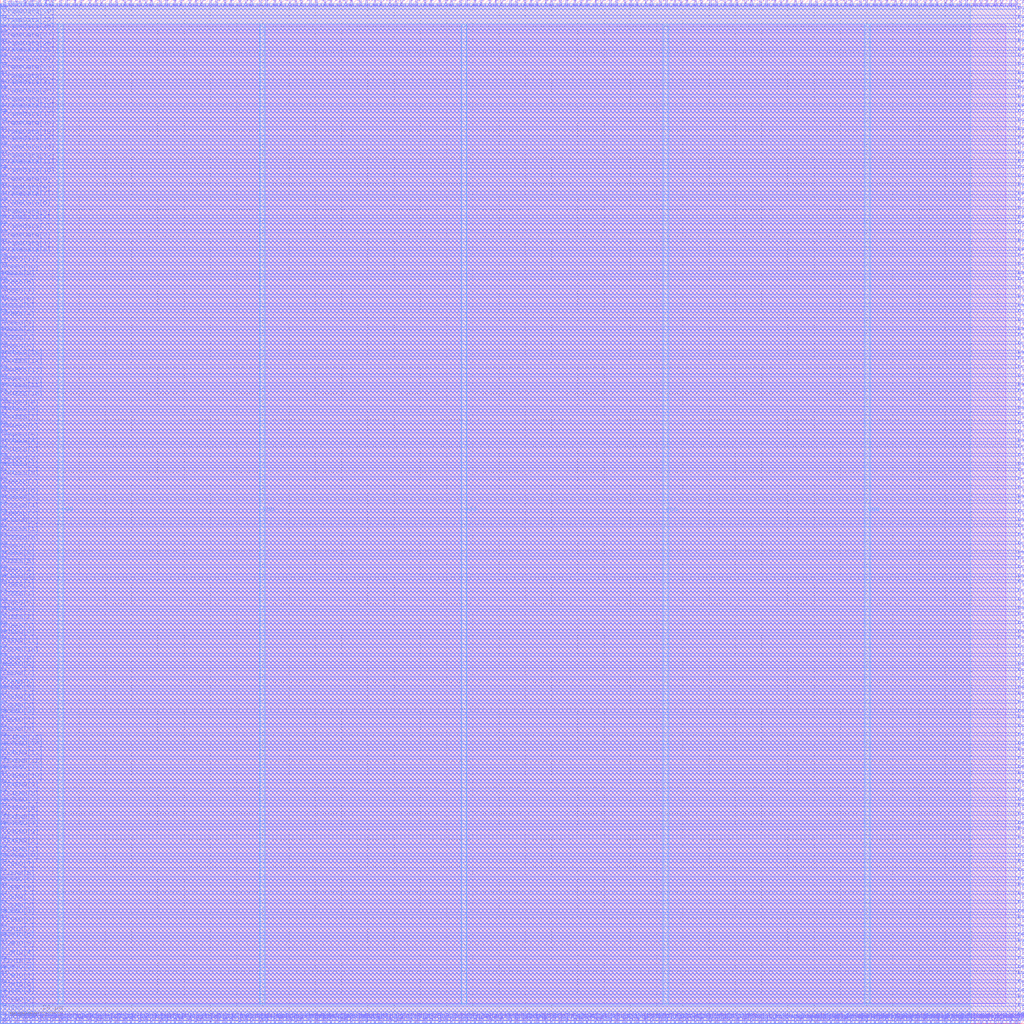
<source format=lef>
VERSION 5.7 ;
  NOWIREEXTENSIONATPIN ON ;
  DIVIDERCHAR "/" ;
  BUSBITCHARS "[]" ;
MACRO LUT4AB
  CLASS BLOCK ;
  FOREIGN LUT4AB ;
  ORIGIN 0.000 0.000 ;
  SIZE 390.000 BY 390.000 ;
  PIN Ci
    DIRECTION INPUT ;
    USE SIGNAL ;
    PORT
      LAYER Metal2 ;
        RECT 142.520 0.000 143.080 2.000 ;
    END
  END Ci
  PIN Co
    DIRECTION OUTPUT TRISTATE ;
    USE SIGNAL ;
    PORT
      LAYER Metal2 ;
        RECT 142.520 388.000 143.080 390.000 ;
    END
  END Co
  PIN E1BEG[0]
    DIRECTION OUTPUT TRISTATE ;
    USE SIGNAL ;
    PORT
      LAYER Metal3 ;
        RECT 388.000 1.400 390.000 1.960 ;
    END
  END E1BEG[0]
  PIN E1BEG[1]
    DIRECTION OUTPUT TRISTATE ;
    USE SIGNAL ;
    PORT
      LAYER Metal3 ;
        RECT 388.000 3.640 390.000 4.200 ;
    END
  END E1BEG[1]
  PIN E1BEG[2]
    DIRECTION OUTPUT TRISTATE ;
    USE SIGNAL ;
    PORT
      LAYER Metal3 ;
        RECT 388.000 7.000 390.000 7.560 ;
    END
  END E1BEG[2]
  PIN E1BEG[3]
    DIRECTION OUTPUT TRISTATE ;
    USE SIGNAL ;
    PORT
      LAYER Metal3 ;
        RECT 388.000 10.360 390.000 10.920 ;
    END
  END E1BEG[3]
  PIN E1END[0]
    DIRECTION INPUT ;
    USE SIGNAL ;
    PORT
      LAYER Metal3 ;
        RECT 0.000 1.400 2.000 1.960 ;
    END
  END E1END[0]
  PIN E1END[1]
    DIRECTION INPUT ;
    USE SIGNAL ;
    PORT
      LAYER Metal3 ;
        RECT 0.000 3.640 2.000 4.200 ;
    END
  END E1END[1]
  PIN E1END[2]
    DIRECTION INPUT ;
    USE SIGNAL ;
    PORT
      LAYER Metal3 ;
        RECT 0.000 7.000 2.000 7.560 ;
    END
  END E1END[2]
  PIN E1END[3]
    DIRECTION INPUT ;
    USE SIGNAL ;
    PORT
      LAYER Metal3 ;
        RECT 0.000 10.360 2.000 10.920 ;
    END
  END E1END[3]
  PIN E2BEG[0]
    DIRECTION OUTPUT TRISTATE ;
    USE SIGNAL ;
    PORT
      LAYER Metal3 ;
        RECT 388.000 12.600 390.000 13.160 ;
    END
  END E2BEG[0]
  PIN E2BEG[1]
    DIRECTION OUTPUT TRISTATE ;
    USE SIGNAL ;
    PORT
      LAYER Metal3 ;
        RECT 388.000 15.960 390.000 16.520 ;
    END
  END E2BEG[1]
  PIN E2BEG[2]
    DIRECTION OUTPUT TRISTATE ;
    USE SIGNAL ;
    PORT
      LAYER Metal3 ;
        RECT 388.000 19.320 390.000 19.880 ;
    END
  END E2BEG[2]
  PIN E2BEG[3]
    DIRECTION OUTPUT TRISTATE ;
    USE SIGNAL ;
    PORT
      LAYER Metal3 ;
        RECT 388.000 21.560 390.000 22.120 ;
    END
  END E2BEG[3]
  PIN E2BEG[4]
    DIRECTION OUTPUT TRISTATE ;
    USE SIGNAL ;
    PORT
      LAYER Metal3 ;
        RECT 388.000 24.920 390.000 25.480 ;
    END
  END E2BEG[4]
  PIN E2BEG[5]
    DIRECTION OUTPUT TRISTATE ;
    USE SIGNAL ;
    PORT
      LAYER Metal3 ;
        RECT 388.000 28.280 390.000 28.840 ;
    END
  END E2BEG[5]
  PIN E2BEG[6]
    DIRECTION OUTPUT TRISTATE ;
    USE SIGNAL ;
    PORT
      LAYER Metal3 ;
        RECT 388.000 31.640 390.000 32.200 ;
    END
  END E2BEG[6]
  PIN E2BEG[7]
    DIRECTION OUTPUT TRISTATE ;
    USE SIGNAL ;
    PORT
      LAYER Metal3 ;
        RECT 388.000 33.880 390.000 34.440 ;
    END
  END E2BEG[7]
  PIN E2BEGb[0]
    DIRECTION OUTPUT TRISTATE ;
    USE SIGNAL ;
    PORT
      LAYER Metal3 ;
        RECT 388.000 37.240 390.000 37.800 ;
    END
  END E2BEGb[0]
  PIN E2BEGb[1]
    DIRECTION OUTPUT TRISTATE ;
    USE SIGNAL ;
    PORT
      LAYER Metal3 ;
        RECT 388.000 40.600 390.000 41.160 ;
    END
  END E2BEGb[1]
  PIN E2BEGb[2]
    DIRECTION OUTPUT TRISTATE ;
    USE SIGNAL ;
    PORT
      LAYER Metal3 ;
        RECT 388.000 42.840 390.000 43.400 ;
    END
  END E2BEGb[2]
  PIN E2BEGb[3]
    DIRECTION OUTPUT TRISTATE ;
    USE SIGNAL ;
    PORT
      LAYER Metal3 ;
        RECT 388.000 46.200 390.000 46.760 ;
    END
  END E2BEGb[3]
  PIN E2BEGb[4]
    DIRECTION OUTPUT TRISTATE ;
    USE SIGNAL ;
    PORT
      LAYER Metal3 ;
        RECT 388.000 49.560 390.000 50.120 ;
    END
  END E2BEGb[4]
  PIN E2BEGb[5]
    DIRECTION OUTPUT TRISTATE ;
    USE SIGNAL ;
    PORT
      LAYER Metal3 ;
        RECT 388.000 52.920 390.000 53.480 ;
    END
  END E2BEGb[5]
  PIN E2BEGb[6]
    DIRECTION OUTPUT TRISTATE ;
    USE SIGNAL ;
    PORT
      LAYER Metal3 ;
        RECT 388.000 55.160 390.000 55.720 ;
    END
  END E2BEGb[6]
  PIN E2BEGb[7]
    DIRECTION OUTPUT TRISTATE ;
    USE SIGNAL ;
    PORT
      LAYER Metal3 ;
        RECT 388.000 58.520 390.000 59.080 ;
    END
  END E2BEGb[7]
  PIN E2END[0]
    DIRECTION INPUT ;
    USE SIGNAL ;
    PORT
      LAYER Metal3 ;
        RECT 0.000 37.240 2.000 37.800 ;
    END
  END E2END[0]
  PIN E2END[1]
    DIRECTION INPUT ;
    USE SIGNAL ;
    PORT
      LAYER Metal3 ;
        RECT 0.000 40.600 2.000 41.160 ;
    END
  END E2END[1]
  PIN E2END[2]
    DIRECTION INPUT ;
    USE SIGNAL ;
    PORT
      LAYER Metal3 ;
        RECT 0.000 42.840 2.000 43.400 ;
    END
  END E2END[2]
  PIN E2END[3]
    DIRECTION INPUT ;
    USE SIGNAL ;
    PORT
      LAYER Metal3 ;
        RECT 0.000 46.200 2.000 46.760 ;
    END
  END E2END[3]
  PIN E2END[4]
    DIRECTION INPUT ;
    USE SIGNAL ;
    PORT
      LAYER Metal3 ;
        RECT 0.000 49.560 2.000 50.120 ;
    END
  END E2END[4]
  PIN E2END[5]
    DIRECTION INPUT ;
    USE SIGNAL ;
    PORT
      LAYER Metal3 ;
        RECT 0.000 52.920 2.000 53.480 ;
    END
  END E2END[5]
  PIN E2END[6]
    DIRECTION INPUT ;
    USE SIGNAL ;
    PORT
      LAYER Metal3 ;
        RECT 0.000 55.160 2.000 55.720 ;
    END
  END E2END[6]
  PIN E2END[7]
    DIRECTION INPUT ;
    USE SIGNAL ;
    PORT
      LAYER Metal3 ;
        RECT 0.000 58.520 2.000 59.080 ;
    END
  END E2END[7]
  PIN E2MID[0]
    DIRECTION INPUT ;
    USE SIGNAL ;
    PORT
      LAYER Metal3 ;
        RECT 0.000 12.600 2.000 13.160 ;
    END
  END E2MID[0]
  PIN E2MID[1]
    DIRECTION INPUT ;
    USE SIGNAL ;
    PORT
      LAYER Metal3 ;
        RECT 0.000 15.960 2.000 16.520 ;
    END
  END E2MID[1]
  PIN E2MID[2]
    DIRECTION INPUT ;
    USE SIGNAL ;
    PORT
      LAYER Metal3 ;
        RECT 0.000 19.320 2.000 19.880 ;
    END
  END E2MID[2]
  PIN E2MID[3]
    DIRECTION INPUT ;
    USE SIGNAL ;
    PORT
      LAYER Metal3 ;
        RECT 0.000 21.560 2.000 22.120 ;
    END
  END E2MID[3]
  PIN E2MID[4]
    DIRECTION INPUT ;
    USE SIGNAL ;
    PORT
      LAYER Metal3 ;
        RECT 0.000 24.920 2.000 25.480 ;
    END
  END E2MID[4]
  PIN E2MID[5]
    DIRECTION INPUT ;
    USE SIGNAL ;
    PORT
      LAYER Metal3 ;
        RECT 0.000 28.280 2.000 28.840 ;
    END
  END E2MID[5]
  PIN E2MID[6]
    DIRECTION INPUT ;
    USE SIGNAL ;
    PORT
      LAYER Metal3 ;
        RECT 0.000 31.640 2.000 32.200 ;
    END
  END E2MID[6]
  PIN E2MID[7]
    DIRECTION INPUT ;
    USE SIGNAL ;
    PORT
      LAYER Metal3 ;
        RECT 0.000 33.880 2.000 34.440 ;
    END
  END E2MID[7]
  PIN E6BEG[0]
    DIRECTION OUTPUT TRISTATE ;
    USE SIGNAL ;
    PORT
      LAYER Metal3 ;
        RECT 388.000 110.040 390.000 110.600 ;
    END
  END E6BEG[0]
  PIN E6BEG[10]
    DIRECTION OUTPUT TRISTATE ;
    USE SIGNAL ;
    PORT
      LAYER Metal3 ;
        RECT 388.000 140.280 390.000 140.840 ;
    END
  END E6BEG[10]
  PIN E6BEG[11]
    DIRECTION OUTPUT TRISTATE ;
    USE SIGNAL ;
    PORT
      LAYER Metal3 ;
        RECT 388.000 143.640 390.000 144.200 ;
    END
  END E6BEG[11]
  PIN E6BEG[1]
    DIRECTION OUTPUT TRISTATE ;
    USE SIGNAL ;
    PORT
      LAYER Metal3 ;
        RECT 388.000 113.400 390.000 113.960 ;
    END
  END E6BEG[1]
  PIN E6BEG[2]
    DIRECTION OUTPUT TRISTATE ;
    USE SIGNAL ;
    PORT
      LAYER Metal3 ;
        RECT 388.000 116.760 390.000 117.320 ;
    END
  END E6BEG[2]
  PIN E6BEG[3]
    DIRECTION OUTPUT TRISTATE ;
    USE SIGNAL ;
    PORT
      LAYER Metal3 ;
        RECT 388.000 119.000 390.000 119.560 ;
    END
  END E6BEG[3]
  PIN E6BEG[4]
    DIRECTION OUTPUT TRISTATE ;
    USE SIGNAL ;
    PORT
      LAYER Metal3 ;
        RECT 388.000 122.360 390.000 122.920 ;
    END
  END E6BEG[4]
  PIN E6BEG[5]
    DIRECTION OUTPUT TRISTATE ;
    USE SIGNAL ;
    PORT
      LAYER Metal3 ;
        RECT 388.000 125.720 390.000 126.280 ;
    END
  END E6BEG[5]
  PIN E6BEG[6]
    DIRECTION OUTPUT TRISTATE ;
    USE SIGNAL ;
    PORT
      LAYER Metal3 ;
        RECT 388.000 127.960 390.000 128.520 ;
    END
  END E6BEG[6]
  PIN E6BEG[7]
    DIRECTION OUTPUT TRISTATE ;
    USE SIGNAL ;
    PORT
      LAYER Metal3 ;
        RECT 388.000 131.320 390.000 131.880 ;
    END
  END E6BEG[7]
  PIN E6BEG[8]
    DIRECTION OUTPUT TRISTATE ;
    USE SIGNAL ;
    PORT
      LAYER Metal3 ;
        RECT 388.000 134.680 390.000 135.240 ;
    END
  END E6BEG[8]
  PIN E6BEG[9]
    DIRECTION OUTPUT TRISTATE ;
    USE SIGNAL ;
    PORT
      LAYER Metal3 ;
        RECT 388.000 136.920 390.000 137.480 ;
    END
  END E6BEG[9]
  PIN E6END[0]
    DIRECTION INPUT ;
    USE SIGNAL ;
    PORT
      LAYER Metal3 ;
        RECT 0.000 110.040 2.000 110.600 ;
    END
  END E6END[0]
  PIN E6END[10]
    DIRECTION INPUT ;
    USE SIGNAL ;
    PORT
      LAYER Metal3 ;
        RECT 0.000 140.280 2.000 140.840 ;
    END
  END E6END[10]
  PIN E6END[11]
    DIRECTION INPUT ;
    USE SIGNAL ;
    PORT
      LAYER Metal3 ;
        RECT 0.000 143.640 2.000 144.200 ;
    END
  END E6END[11]
  PIN E6END[1]
    DIRECTION INPUT ;
    USE SIGNAL ;
    PORT
      LAYER Metal3 ;
        RECT 0.000 113.400 2.000 113.960 ;
    END
  END E6END[1]
  PIN E6END[2]
    DIRECTION INPUT ;
    USE SIGNAL ;
    PORT
      LAYER Metal3 ;
        RECT 0.000 116.760 2.000 117.320 ;
    END
  END E6END[2]
  PIN E6END[3]
    DIRECTION INPUT ;
    USE SIGNAL ;
    PORT
      LAYER Metal3 ;
        RECT 0.000 119.000 2.000 119.560 ;
    END
  END E6END[3]
  PIN E6END[4]
    DIRECTION INPUT ;
    USE SIGNAL ;
    PORT
      LAYER Metal3 ;
        RECT 0.000 122.360 2.000 122.920 ;
    END
  END E6END[4]
  PIN E6END[5]
    DIRECTION INPUT ;
    USE SIGNAL ;
    PORT
      LAYER Metal3 ;
        RECT 0.000 125.720 2.000 126.280 ;
    END
  END E6END[5]
  PIN E6END[6]
    DIRECTION INPUT ;
    USE SIGNAL ;
    PORT
      LAYER Metal3 ;
        RECT 0.000 127.960 2.000 128.520 ;
    END
  END E6END[6]
  PIN E6END[7]
    DIRECTION INPUT ;
    USE SIGNAL ;
    PORT
      LAYER Metal3 ;
        RECT 0.000 131.320 2.000 131.880 ;
    END
  END E6END[7]
  PIN E6END[8]
    DIRECTION INPUT ;
    USE SIGNAL ;
    PORT
      LAYER Metal3 ;
        RECT 0.000 134.680 2.000 135.240 ;
    END
  END E6END[8]
  PIN E6END[9]
    DIRECTION INPUT ;
    USE SIGNAL ;
    PORT
      LAYER Metal3 ;
        RECT 0.000 136.920 2.000 137.480 ;
    END
  END E6END[9]
  PIN EE4BEG[0]
    DIRECTION OUTPUT TRISTATE ;
    USE SIGNAL ;
    PORT
      LAYER Metal3 ;
        RECT 388.000 61.880 390.000 62.440 ;
    END
  END EE4BEG[0]
  PIN EE4BEG[10]
    DIRECTION OUTPUT TRISTATE ;
    USE SIGNAL ;
    PORT
      LAYER Metal3 ;
        RECT 388.000 92.120 390.000 92.680 ;
    END
  END EE4BEG[10]
  PIN EE4BEG[11]
    DIRECTION OUTPUT TRISTATE ;
    USE SIGNAL ;
    PORT
      LAYER Metal3 ;
        RECT 388.000 95.480 390.000 96.040 ;
    END
  END EE4BEG[11]
  PIN EE4BEG[12]
    DIRECTION OUTPUT TRISTATE ;
    USE SIGNAL ;
    PORT
      LAYER Metal3 ;
        RECT 388.000 97.720 390.000 98.280 ;
    END
  END EE4BEG[12]
  PIN EE4BEG[13]
    DIRECTION OUTPUT TRISTATE ;
    USE SIGNAL ;
    PORT
      LAYER Metal3 ;
        RECT 388.000 101.080 390.000 101.640 ;
    END
  END EE4BEG[13]
  PIN EE4BEG[14]
    DIRECTION OUTPUT TRISTATE ;
    USE SIGNAL ;
    PORT
      LAYER Metal3 ;
        RECT 388.000 104.440 390.000 105.000 ;
    END
  END EE4BEG[14]
  PIN EE4BEG[15]
    DIRECTION OUTPUT TRISTATE ;
    USE SIGNAL ;
    PORT
      LAYER Metal3 ;
        RECT 388.000 106.680 390.000 107.240 ;
    END
  END EE4BEG[15]
  PIN EE4BEG[1]
    DIRECTION OUTPUT TRISTATE ;
    USE SIGNAL ;
    PORT
      LAYER Metal3 ;
        RECT 388.000 64.120 390.000 64.680 ;
    END
  END EE4BEG[1]
  PIN EE4BEG[2]
    DIRECTION OUTPUT TRISTATE ;
    USE SIGNAL ;
    PORT
      LAYER Metal3 ;
        RECT 388.000 67.480 390.000 68.040 ;
    END
  END EE4BEG[2]
  PIN EE4BEG[3]
    DIRECTION OUTPUT TRISTATE ;
    USE SIGNAL ;
    PORT
      LAYER Metal3 ;
        RECT 388.000 70.840 390.000 71.400 ;
    END
  END EE4BEG[3]
  PIN EE4BEG[4]
    DIRECTION OUTPUT TRISTATE ;
    USE SIGNAL ;
    PORT
      LAYER Metal3 ;
        RECT 388.000 74.200 390.000 74.760 ;
    END
  END EE4BEG[4]
  PIN EE4BEG[5]
    DIRECTION OUTPUT TRISTATE ;
    USE SIGNAL ;
    PORT
      LAYER Metal3 ;
        RECT 388.000 76.440 390.000 77.000 ;
    END
  END EE4BEG[5]
  PIN EE4BEG[6]
    DIRECTION OUTPUT TRISTATE ;
    USE SIGNAL ;
    PORT
      LAYER Metal3 ;
        RECT 388.000 79.800 390.000 80.360 ;
    END
  END EE4BEG[6]
  PIN EE4BEG[7]
    DIRECTION OUTPUT TRISTATE ;
    USE SIGNAL ;
    PORT
      LAYER Metal3 ;
        RECT 388.000 83.160 390.000 83.720 ;
    END
  END EE4BEG[7]
  PIN EE4BEG[8]
    DIRECTION OUTPUT TRISTATE ;
    USE SIGNAL ;
    PORT
      LAYER Metal3 ;
        RECT 388.000 85.400 390.000 85.960 ;
    END
  END EE4BEG[8]
  PIN EE4BEG[9]
    DIRECTION OUTPUT TRISTATE ;
    USE SIGNAL ;
    PORT
      LAYER Metal3 ;
        RECT 388.000 88.760 390.000 89.320 ;
    END
  END EE4BEG[9]
  PIN EE4END[0]
    DIRECTION INPUT ;
    USE SIGNAL ;
    PORT
      LAYER Metal3 ;
        RECT 0.000 61.880 2.000 62.440 ;
    END
  END EE4END[0]
  PIN EE4END[10]
    DIRECTION INPUT ;
    USE SIGNAL ;
    PORT
      LAYER Metal3 ;
        RECT 0.000 92.120 2.000 92.680 ;
    END
  END EE4END[10]
  PIN EE4END[11]
    DIRECTION INPUT ;
    USE SIGNAL ;
    PORT
      LAYER Metal3 ;
        RECT 0.000 95.480 2.000 96.040 ;
    END
  END EE4END[11]
  PIN EE4END[12]
    DIRECTION INPUT ;
    USE SIGNAL ;
    PORT
      LAYER Metal3 ;
        RECT 0.000 97.720 2.000 98.280 ;
    END
  END EE4END[12]
  PIN EE4END[13]
    DIRECTION INPUT ;
    USE SIGNAL ;
    PORT
      LAYER Metal3 ;
        RECT 0.000 101.080 2.000 101.640 ;
    END
  END EE4END[13]
  PIN EE4END[14]
    DIRECTION INPUT ;
    USE SIGNAL ;
    PORT
      LAYER Metal3 ;
        RECT 0.000 104.440 2.000 105.000 ;
    END
  END EE4END[14]
  PIN EE4END[15]
    DIRECTION INPUT ;
    USE SIGNAL ;
    PORT
      LAYER Metal3 ;
        RECT 0.000 106.680 2.000 107.240 ;
    END
  END EE4END[15]
  PIN EE4END[1]
    DIRECTION INPUT ;
    USE SIGNAL ;
    PORT
      LAYER Metal3 ;
        RECT 0.000 64.120 2.000 64.680 ;
    END
  END EE4END[1]
  PIN EE4END[2]
    DIRECTION INPUT ;
    USE SIGNAL ;
    PORT
      LAYER Metal3 ;
        RECT 0.000 67.480 2.000 68.040 ;
    END
  END EE4END[2]
  PIN EE4END[3]
    DIRECTION INPUT ;
    USE SIGNAL ;
    PORT
      LAYER Metal3 ;
        RECT 0.000 70.840 2.000 71.400 ;
    END
  END EE4END[3]
  PIN EE4END[4]
    DIRECTION INPUT ;
    USE SIGNAL ;
    PORT
      LAYER Metal3 ;
        RECT 0.000 74.200 2.000 74.760 ;
    END
  END EE4END[4]
  PIN EE4END[5]
    DIRECTION INPUT ;
    USE SIGNAL ;
    PORT
      LAYER Metal3 ;
        RECT 0.000 76.440 2.000 77.000 ;
    END
  END EE4END[5]
  PIN EE4END[6]
    DIRECTION INPUT ;
    USE SIGNAL ;
    PORT
      LAYER Metal3 ;
        RECT 0.000 79.800 2.000 80.360 ;
    END
  END EE4END[6]
  PIN EE4END[7]
    DIRECTION INPUT ;
    USE SIGNAL ;
    PORT
      LAYER Metal3 ;
        RECT 0.000 83.160 2.000 83.720 ;
    END
  END EE4END[7]
  PIN EE4END[8]
    DIRECTION INPUT ;
    USE SIGNAL ;
    PORT
      LAYER Metal3 ;
        RECT 0.000 85.400 2.000 85.960 ;
    END
  END EE4END[8]
  PIN EE4END[9]
    DIRECTION INPUT ;
    USE SIGNAL ;
    PORT
      LAYER Metal3 ;
        RECT 0.000 88.760 2.000 89.320 ;
    END
  END EE4END[9]
  PIN FrameData[0]
    DIRECTION INPUT ;
    USE SIGNAL ;
    PORT
      LAYER Metal3 ;
        RECT 0.000 292.600 2.000 293.160 ;
    END
  END FrameData[0]
  PIN FrameData[10]
    DIRECTION INPUT ;
    USE SIGNAL ;
    PORT
      LAYER Metal3 ;
        RECT 0.000 322.840 2.000 323.400 ;
    END
  END FrameData[10]
  PIN FrameData[11]
    DIRECTION INPUT ;
    USE SIGNAL ;
    PORT
      LAYER Metal3 ;
        RECT 0.000 326.200 2.000 326.760 ;
    END
  END FrameData[11]
  PIN FrameData[12]
    DIRECTION INPUT ;
    USE SIGNAL ;
    PORT
      LAYER Metal3 ;
        RECT 0.000 328.440 2.000 329.000 ;
    END
  END FrameData[12]
  PIN FrameData[13]
    DIRECTION INPUT ;
    USE SIGNAL ;
    PORT
      LAYER Metal3 ;
        RECT 0.000 331.800 2.000 332.360 ;
    END
  END FrameData[13]
  PIN FrameData[14]
    DIRECTION INPUT ;
    USE SIGNAL ;
    PORT
      LAYER Metal3 ;
        RECT 0.000 335.160 2.000 335.720 ;
    END
  END FrameData[14]
  PIN FrameData[15]
    DIRECTION INPUT ;
    USE SIGNAL ;
    PORT
      LAYER Metal3 ;
        RECT 0.000 337.400 2.000 337.960 ;
    END
  END FrameData[15]
  PIN FrameData[16]
    DIRECTION INPUT ;
    USE SIGNAL ;
    PORT
      LAYER Metal3 ;
        RECT 0.000 340.760 2.000 341.320 ;
    END
  END FrameData[16]
  PIN FrameData[17]
    DIRECTION INPUT ;
    USE SIGNAL ;
    PORT
      LAYER Metal3 ;
        RECT 0.000 344.120 2.000 344.680 ;
    END
  END FrameData[17]
  PIN FrameData[18]
    DIRECTION INPUT ;
    USE SIGNAL ;
    PORT
      LAYER Metal3 ;
        RECT 0.000 347.480 2.000 348.040 ;
    END
  END FrameData[18]
  PIN FrameData[19]
    DIRECTION INPUT ;
    USE SIGNAL ;
    PORT
      LAYER Metal3 ;
        RECT 0.000 349.720 2.000 350.280 ;
    END
  END FrameData[19]
  PIN FrameData[1]
    DIRECTION INPUT ;
    USE SIGNAL ;
    PORT
      LAYER Metal3 ;
        RECT 0.000 294.840 2.000 295.400 ;
    END
  END FrameData[1]
  PIN FrameData[20]
    DIRECTION INPUT ;
    USE SIGNAL ;
    PORT
      LAYER Metal3 ;
        RECT 0.000 353.080 2.000 353.640 ;
    END
  END FrameData[20]
  PIN FrameData[21]
    DIRECTION INPUT ;
    USE SIGNAL ;
    PORT
      LAYER Metal3 ;
        RECT 0.000 356.440 2.000 357.000 ;
    END
  END FrameData[21]
  PIN FrameData[22]
    DIRECTION INPUT ;
    USE SIGNAL ;
    PORT
      LAYER Metal3 ;
        RECT 0.000 358.680 2.000 359.240 ;
    END
  END FrameData[22]
  PIN FrameData[23]
    DIRECTION INPUT ;
    USE SIGNAL ;
    PORT
      LAYER Metal3 ;
        RECT 0.000 362.040 2.000 362.600 ;
    END
  END FrameData[23]
  PIN FrameData[24]
    DIRECTION INPUT ;
    USE SIGNAL ;
    PORT
      LAYER Metal3 ;
        RECT 0.000 365.400 2.000 365.960 ;
    END
  END FrameData[24]
  PIN FrameData[25]
    DIRECTION INPUT ;
    USE SIGNAL ;
    PORT
      LAYER Metal3 ;
        RECT 0.000 368.760 2.000 369.320 ;
    END
  END FrameData[25]
  PIN FrameData[26]
    DIRECTION INPUT ;
    USE SIGNAL ;
    PORT
      LAYER Metal3 ;
        RECT 0.000 371.000 2.000 371.560 ;
    END
  END FrameData[26]
  PIN FrameData[27]
    DIRECTION INPUT ;
    USE SIGNAL ;
    PORT
      LAYER Metal3 ;
        RECT 0.000 374.360 2.000 374.920 ;
    END
  END FrameData[27]
  PIN FrameData[28]
    DIRECTION INPUT ;
    USE SIGNAL ;
    PORT
      LAYER Metal3 ;
        RECT 0.000 377.720 2.000 378.280 ;
    END
  END FrameData[28]
  PIN FrameData[29]
    DIRECTION INPUT ;
    USE SIGNAL ;
    PORT
      LAYER Metal3 ;
        RECT 0.000 379.960 2.000 380.520 ;
    END
  END FrameData[29]
  PIN FrameData[2]
    DIRECTION INPUT ;
    USE SIGNAL ;
    PORT
      LAYER Metal3 ;
        RECT 0.000 298.200 2.000 298.760 ;
    END
  END FrameData[2]
  PIN FrameData[30]
    DIRECTION INPUT ;
    USE SIGNAL ;
    PORT
      LAYER Metal3 ;
        RECT 0.000 383.320 2.000 383.880 ;
    END
  END FrameData[30]
  PIN FrameData[31]
    DIRECTION INPUT ;
    USE SIGNAL ;
    PORT
      LAYER Metal3 ;
        RECT 0.000 386.680 2.000 387.240 ;
    END
  END FrameData[31]
  PIN FrameData[3]
    DIRECTION INPUT ;
    USE SIGNAL ;
    PORT
      LAYER Metal3 ;
        RECT 0.000 301.560 2.000 302.120 ;
    END
  END FrameData[3]
  PIN FrameData[4]
    DIRECTION INPUT ;
    USE SIGNAL ;
    PORT
      LAYER Metal3 ;
        RECT 0.000 304.920 2.000 305.480 ;
    END
  END FrameData[4]
  PIN FrameData[5]
    DIRECTION INPUT ;
    USE SIGNAL ;
    PORT
      LAYER Metal3 ;
        RECT 0.000 307.160 2.000 307.720 ;
    END
  END FrameData[5]
  PIN FrameData[6]
    DIRECTION INPUT ;
    USE SIGNAL ;
    PORT
      LAYER Metal3 ;
        RECT 0.000 310.520 2.000 311.080 ;
    END
  END FrameData[6]
  PIN FrameData[7]
    DIRECTION INPUT ;
    USE SIGNAL ;
    PORT
      LAYER Metal3 ;
        RECT 0.000 313.880 2.000 314.440 ;
    END
  END FrameData[7]
  PIN FrameData[8]
    DIRECTION INPUT ;
    USE SIGNAL ;
    PORT
      LAYER Metal3 ;
        RECT 0.000 316.120 2.000 316.680 ;
    END
  END FrameData[8]
  PIN FrameData[9]
    DIRECTION INPUT ;
    USE SIGNAL ;
    PORT
      LAYER Metal3 ;
        RECT 0.000 319.480 2.000 320.040 ;
    END
  END FrameData[9]
  PIN FrameData_O[0]
    DIRECTION OUTPUT TRISTATE ;
    USE SIGNAL ;
    PORT
      LAYER Metal3 ;
        RECT 388.000 292.600 390.000 293.160 ;
    END
  END FrameData_O[0]
  PIN FrameData_O[10]
    DIRECTION OUTPUT TRISTATE ;
    USE SIGNAL ;
    PORT
      LAYER Metal3 ;
        RECT 388.000 322.840 390.000 323.400 ;
    END
  END FrameData_O[10]
  PIN FrameData_O[11]
    DIRECTION OUTPUT TRISTATE ;
    USE SIGNAL ;
    PORT
      LAYER Metal3 ;
        RECT 388.000 326.200 390.000 326.760 ;
    END
  END FrameData_O[11]
  PIN FrameData_O[12]
    DIRECTION OUTPUT TRISTATE ;
    USE SIGNAL ;
    PORT
      LAYER Metal3 ;
        RECT 388.000 328.440 390.000 329.000 ;
    END
  END FrameData_O[12]
  PIN FrameData_O[13]
    DIRECTION OUTPUT TRISTATE ;
    USE SIGNAL ;
    PORT
      LAYER Metal3 ;
        RECT 388.000 331.800 390.000 332.360 ;
    END
  END FrameData_O[13]
  PIN FrameData_O[14]
    DIRECTION OUTPUT TRISTATE ;
    USE SIGNAL ;
    PORT
      LAYER Metal3 ;
        RECT 388.000 335.160 390.000 335.720 ;
    END
  END FrameData_O[14]
  PIN FrameData_O[15]
    DIRECTION OUTPUT TRISTATE ;
    USE SIGNAL ;
    PORT
      LAYER Metal3 ;
        RECT 388.000 337.400 390.000 337.960 ;
    END
  END FrameData_O[15]
  PIN FrameData_O[16]
    DIRECTION OUTPUT TRISTATE ;
    USE SIGNAL ;
    PORT
      LAYER Metal3 ;
        RECT 388.000 340.760 390.000 341.320 ;
    END
  END FrameData_O[16]
  PIN FrameData_O[17]
    DIRECTION OUTPUT TRISTATE ;
    USE SIGNAL ;
    PORT
      LAYER Metal3 ;
        RECT 388.000 344.120 390.000 344.680 ;
    END
  END FrameData_O[17]
  PIN FrameData_O[18]
    DIRECTION OUTPUT TRISTATE ;
    USE SIGNAL ;
    PORT
      LAYER Metal3 ;
        RECT 388.000 347.480 390.000 348.040 ;
    END
  END FrameData_O[18]
  PIN FrameData_O[19]
    DIRECTION OUTPUT TRISTATE ;
    USE SIGNAL ;
    PORT
      LAYER Metal3 ;
        RECT 388.000 349.720 390.000 350.280 ;
    END
  END FrameData_O[19]
  PIN FrameData_O[1]
    DIRECTION OUTPUT TRISTATE ;
    USE SIGNAL ;
    PORT
      LAYER Metal3 ;
        RECT 388.000 294.840 390.000 295.400 ;
    END
  END FrameData_O[1]
  PIN FrameData_O[20]
    DIRECTION OUTPUT TRISTATE ;
    USE SIGNAL ;
    PORT
      LAYER Metal3 ;
        RECT 388.000 353.080 390.000 353.640 ;
    END
  END FrameData_O[20]
  PIN FrameData_O[21]
    DIRECTION OUTPUT TRISTATE ;
    USE SIGNAL ;
    PORT
      LAYER Metal3 ;
        RECT 388.000 356.440 390.000 357.000 ;
    END
  END FrameData_O[21]
  PIN FrameData_O[22]
    DIRECTION OUTPUT TRISTATE ;
    USE SIGNAL ;
    PORT
      LAYER Metal3 ;
        RECT 388.000 358.680 390.000 359.240 ;
    END
  END FrameData_O[22]
  PIN FrameData_O[23]
    DIRECTION OUTPUT TRISTATE ;
    USE SIGNAL ;
    PORT
      LAYER Metal3 ;
        RECT 388.000 362.040 390.000 362.600 ;
    END
  END FrameData_O[23]
  PIN FrameData_O[24]
    DIRECTION OUTPUT TRISTATE ;
    USE SIGNAL ;
    PORT
      LAYER Metal3 ;
        RECT 388.000 365.400 390.000 365.960 ;
    END
  END FrameData_O[24]
  PIN FrameData_O[25]
    DIRECTION OUTPUT TRISTATE ;
    USE SIGNAL ;
    PORT
      LAYER Metal3 ;
        RECT 388.000 368.760 390.000 369.320 ;
    END
  END FrameData_O[25]
  PIN FrameData_O[26]
    DIRECTION OUTPUT TRISTATE ;
    USE SIGNAL ;
    PORT
      LAYER Metal3 ;
        RECT 388.000 371.000 390.000 371.560 ;
    END
  END FrameData_O[26]
  PIN FrameData_O[27]
    DIRECTION OUTPUT TRISTATE ;
    USE SIGNAL ;
    PORT
      LAYER Metal3 ;
        RECT 388.000 374.360 390.000 374.920 ;
    END
  END FrameData_O[27]
  PIN FrameData_O[28]
    DIRECTION OUTPUT TRISTATE ;
    USE SIGNAL ;
    PORT
      LAYER Metal3 ;
        RECT 388.000 377.720 390.000 378.280 ;
    END
  END FrameData_O[28]
  PIN FrameData_O[29]
    DIRECTION OUTPUT TRISTATE ;
    USE SIGNAL ;
    PORT
      LAYER Metal3 ;
        RECT 388.000 379.960 390.000 380.520 ;
    END
  END FrameData_O[29]
  PIN FrameData_O[2]
    DIRECTION OUTPUT TRISTATE ;
    USE SIGNAL ;
    PORT
      LAYER Metal3 ;
        RECT 388.000 298.200 390.000 298.760 ;
    END
  END FrameData_O[2]
  PIN FrameData_O[30]
    DIRECTION OUTPUT TRISTATE ;
    USE SIGNAL ;
    PORT
      LAYER Metal3 ;
        RECT 388.000 383.320 390.000 383.880 ;
    END
  END FrameData_O[30]
  PIN FrameData_O[31]
    DIRECTION OUTPUT TRISTATE ;
    USE SIGNAL ;
    PORT
      LAYER Metal3 ;
        RECT 388.000 386.680 390.000 387.240 ;
    END
  END FrameData_O[31]
  PIN FrameData_O[3]
    DIRECTION OUTPUT TRISTATE ;
    USE SIGNAL ;
    PORT
      LAYER Metal3 ;
        RECT 388.000 301.560 390.000 302.120 ;
    END
  END FrameData_O[3]
  PIN FrameData_O[4]
    DIRECTION OUTPUT TRISTATE ;
    USE SIGNAL ;
    PORT
      LAYER Metal3 ;
        RECT 388.000 304.920 390.000 305.480 ;
    END
  END FrameData_O[4]
  PIN FrameData_O[5]
    DIRECTION OUTPUT TRISTATE ;
    USE SIGNAL ;
    PORT
      LAYER Metal3 ;
        RECT 388.000 307.160 390.000 307.720 ;
    END
  END FrameData_O[5]
  PIN FrameData_O[6]
    DIRECTION OUTPUT TRISTATE ;
    USE SIGNAL ;
    PORT
      LAYER Metal3 ;
        RECT 388.000 310.520 390.000 311.080 ;
    END
  END FrameData_O[6]
  PIN FrameData_O[7]
    DIRECTION OUTPUT TRISTATE ;
    USE SIGNAL ;
    PORT
      LAYER Metal3 ;
        RECT 388.000 313.880 390.000 314.440 ;
    END
  END FrameData_O[7]
  PIN FrameData_O[8]
    DIRECTION OUTPUT TRISTATE ;
    USE SIGNAL ;
    PORT
      LAYER Metal3 ;
        RECT 388.000 316.120 390.000 316.680 ;
    END
  END FrameData_O[8]
  PIN FrameData_O[9]
    DIRECTION OUTPUT TRISTATE ;
    USE SIGNAL ;
    PORT
      LAYER Metal3 ;
        RECT 388.000 319.480 390.000 320.040 ;
    END
  END FrameData_O[9]
  PIN FrameStrobe[0]
    DIRECTION INPUT ;
    USE SIGNAL ;
    PORT
      LAYER Metal2 ;
        RECT 291.480 0.000 292.040 2.000 ;
    END
  END FrameStrobe[0]
  PIN FrameStrobe[10]
    DIRECTION INPUT ;
    USE SIGNAL ;
    PORT
      LAYER Metal2 ;
        RECT 318.360 0.000 318.920 2.000 ;
    END
  END FrameStrobe[10]
  PIN FrameStrobe[11]
    DIRECTION INPUT ;
    USE SIGNAL ;
    PORT
      LAYER Metal2 ;
        RECT 321.720 0.000 322.280 2.000 ;
    END
  END FrameStrobe[11]
  PIN FrameStrobe[12]
    DIRECTION INPUT ;
    USE SIGNAL ;
    PORT
      LAYER Metal2 ;
        RECT 323.960 0.000 324.520 2.000 ;
    END
  END FrameStrobe[12]
  PIN FrameStrobe[13]
    DIRECTION INPUT ;
    USE SIGNAL ;
    PORT
      LAYER Metal2 ;
        RECT 327.320 0.000 327.880 2.000 ;
    END
  END FrameStrobe[13]
  PIN FrameStrobe[14]
    DIRECTION INPUT ;
    USE SIGNAL ;
    PORT
      LAYER Metal2 ;
        RECT 329.560 0.000 330.120 2.000 ;
    END
  END FrameStrobe[14]
  PIN FrameStrobe[15]
    DIRECTION INPUT ;
    USE SIGNAL ;
    PORT
      LAYER Metal2 ;
        RECT 332.920 0.000 333.480 2.000 ;
    END
  END FrameStrobe[15]
  PIN FrameStrobe[16]
    DIRECTION INPUT ;
    USE SIGNAL ;
    PORT
      LAYER Metal2 ;
        RECT 335.160 0.000 335.720 2.000 ;
    END
  END FrameStrobe[16]
  PIN FrameStrobe[17]
    DIRECTION INPUT ;
    USE SIGNAL ;
    PORT
      LAYER Metal2 ;
        RECT 337.400 0.000 337.960 2.000 ;
    END
  END FrameStrobe[17]
  PIN FrameStrobe[18]
    DIRECTION INPUT ;
    USE SIGNAL ;
    PORT
      LAYER Metal2 ;
        RECT 340.760 0.000 341.320 2.000 ;
    END
  END FrameStrobe[18]
  PIN FrameStrobe[19]
    DIRECTION INPUT ;
    USE SIGNAL ;
    PORT
      LAYER Metal2 ;
        RECT 343.000 0.000 343.560 2.000 ;
    END
  END FrameStrobe[19]
  PIN FrameStrobe[1]
    DIRECTION INPUT ;
    USE SIGNAL ;
    PORT
      LAYER Metal2 ;
        RECT 294.840 0.000 295.400 2.000 ;
    END
  END FrameStrobe[1]
  PIN FrameStrobe[20]
    DIRECTION INPUT ;
    USE SIGNAL ;
    PORT
      LAYER Metal2 ;
        RECT 346.360 0.000 346.920 2.000 ;
    END
  END FrameStrobe[20]
  PIN FrameStrobe[21]
    DIRECTION INPUT ;
    USE SIGNAL ;
    PORT
      LAYER Metal2 ;
        RECT 348.600 0.000 349.160 2.000 ;
    END
  END FrameStrobe[21]
  PIN FrameStrobe[22]
    DIRECTION INPUT ;
    USE SIGNAL ;
    PORT
      LAYER Metal2 ;
        RECT 351.960 0.000 352.520 2.000 ;
    END
  END FrameStrobe[22]
  PIN FrameStrobe[23]
    DIRECTION INPUT ;
    USE SIGNAL ;
    PORT
      LAYER Metal2 ;
        RECT 354.200 0.000 354.760 2.000 ;
    END
  END FrameStrobe[23]
  PIN FrameStrobe[24]
    DIRECTION INPUT ;
    USE SIGNAL ;
    PORT
      LAYER Metal2 ;
        RECT 356.440 0.000 357.000 2.000 ;
    END
  END FrameStrobe[24]
  PIN FrameStrobe[25]
    DIRECTION INPUT ;
    USE SIGNAL ;
    PORT
      LAYER Metal2 ;
        RECT 359.800 0.000 360.360 2.000 ;
    END
  END FrameStrobe[25]
  PIN FrameStrobe[26]
    DIRECTION INPUT ;
    USE SIGNAL ;
    PORT
      LAYER Metal2 ;
        RECT 362.040 0.000 362.600 2.000 ;
    END
  END FrameStrobe[26]
  PIN FrameStrobe[27]
    DIRECTION INPUT ;
    USE SIGNAL ;
    PORT
      LAYER Metal2 ;
        RECT 365.400 0.000 365.960 2.000 ;
    END
  END FrameStrobe[27]
  PIN FrameStrobe[28]
    DIRECTION INPUT ;
    USE SIGNAL ;
    PORT
      LAYER Metal2 ;
        RECT 367.640 0.000 368.200 2.000 ;
    END
  END FrameStrobe[28]
  PIN FrameStrobe[29]
    DIRECTION INPUT ;
    USE SIGNAL ;
    PORT
      LAYER Metal2 ;
        RECT 371.000 0.000 371.560 2.000 ;
    END
  END FrameStrobe[29]
  PIN FrameStrobe[2]
    DIRECTION INPUT ;
    USE SIGNAL ;
    PORT
      LAYER Metal2 ;
        RECT 297.080 0.000 297.640 2.000 ;
    END
  END FrameStrobe[2]
  PIN FrameStrobe[30]
    DIRECTION INPUT ;
    USE SIGNAL ;
    PORT
      LAYER Metal2 ;
        RECT 373.240 0.000 373.800 2.000 ;
    END
  END FrameStrobe[30]
  PIN FrameStrobe[31]
    DIRECTION INPUT ;
    USE SIGNAL ;
    PORT
      LAYER Metal2 ;
        RECT 375.480 0.000 376.040 2.000 ;
    END
  END FrameStrobe[31]
  PIN FrameStrobe[32]
    DIRECTION INPUT ;
    USE SIGNAL ;
    PORT
      LAYER Metal2 ;
        RECT 378.840 0.000 379.400 2.000 ;
    END
  END FrameStrobe[32]
  PIN FrameStrobe[33]
    DIRECTION INPUT ;
    USE SIGNAL ;
    PORT
      LAYER Metal2 ;
        RECT 381.080 0.000 381.640 2.000 ;
    END
  END FrameStrobe[33]
  PIN FrameStrobe[34]
    DIRECTION INPUT ;
    USE SIGNAL ;
    PORT
      LAYER Metal2 ;
        RECT 384.440 0.000 385.000 2.000 ;
    END
  END FrameStrobe[34]
  PIN FrameStrobe[35]
    DIRECTION INPUT ;
    USE SIGNAL ;
    PORT
      LAYER Metal2 ;
        RECT 386.680 0.000 387.240 2.000 ;
    END
  END FrameStrobe[35]
  PIN FrameStrobe[3]
    DIRECTION INPUT ;
    USE SIGNAL ;
    PORT
      LAYER Metal2 ;
        RECT 299.320 0.000 299.880 2.000 ;
    END
  END FrameStrobe[3]
  PIN FrameStrobe[4]
    DIRECTION INPUT ;
    USE SIGNAL ;
    PORT
      LAYER Metal2 ;
        RECT 302.680 0.000 303.240 2.000 ;
    END
  END FrameStrobe[4]
  PIN FrameStrobe[5]
    DIRECTION INPUT ;
    USE SIGNAL ;
    PORT
      LAYER Metal2 ;
        RECT 304.920 0.000 305.480 2.000 ;
    END
  END FrameStrobe[5]
  PIN FrameStrobe[6]
    DIRECTION INPUT ;
    USE SIGNAL ;
    PORT
      LAYER Metal2 ;
        RECT 308.280 0.000 308.840 2.000 ;
    END
  END FrameStrobe[6]
  PIN FrameStrobe[7]
    DIRECTION INPUT ;
    USE SIGNAL ;
    PORT
      LAYER Metal2 ;
        RECT 310.520 0.000 311.080 2.000 ;
    END
  END FrameStrobe[7]
  PIN FrameStrobe[8]
    DIRECTION INPUT ;
    USE SIGNAL ;
    PORT
      LAYER Metal2 ;
        RECT 313.880 0.000 314.440 2.000 ;
    END
  END FrameStrobe[8]
  PIN FrameStrobe[9]
    DIRECTION INPUT ;
    USE SIGNAL ;
    PORT
      LAYER Metal2 ;
        RECT 316.120 0.000 316.680 2.000 ;
    END
  END FrameStrobe[9]
  PIN FrameStrobe_O[0]
    DIRECTION OUTPUT TRISTATE ;
    USE SIGNAL ;
    PORT
      LAYER Metal2 ;
        RECT 291.480 388.000 292.040 390.000 ;
    END
  END FrameStrobe_O[0]
  PIN FrameStrobe_O[10]
    DIRECTION OUTPUT TRISTATE ;
    USE SIGNAL ;
    PORT
      LAYER Metal2 ;
        RECT 318.360 388.000 318.920 390.000 ;
    END
  END FrameStrobe_O[10]
  PIN FrameStrobe_O[11]
    DIRECTION OUTPUT TRISTATE ;
    USE SIGNAL ;
    PORT
      LAYER Metal2 ;
        RECT 321.720 388.000 322.280 390.000 ;
    END
  END FrameStrobe_O[11]
  PIN FrameStrobe_O[12]
    DIRECTION OUTPUT TRISTATE ;
    USE SIGNAL ;
    PORT
      LAYER Metal2 ;
        RECT 323.960 388.000 324.520 390.000 ;
    END
  END FrameStrobe_O[12]
  PIN FrameStrobe_O[13]
    DIRECTION OUTPUT TRISTATE ;
    USE SIGNAL ;
    PORT
      LAYER Metal2 ;
        RECT 327.320 388.000 327.880 390.000 ;
    END
  END FrameStrobe_O[13]
  PIN FrameStrobe_O[14]
    DIRECTION OUTPUT TRISTATE ;
    USE SIGNAL ;
    PORT
      LAYER Metal2 ;
        RECT 329.560 388.000 330.120 390.000 ;
    END
  END FrameStrobe_O[14]
  PIN FrameStrobe_O[15]
    DIRECTION OUTPUT TRISTATE ;
    USE SIGNAL ;
    PORT
      LAYER Metal2 ;
        RECT 332.920 388.000 333.480 390.000 ;
    END
  END FrameStrobe_O[15]
  PIN FrameStrobe_O[16]
    DIRECTION OUTPUT TRISTATE ;
    USE SIGNAL ;
    PORT
      LAYER Metal2 ;
        RECT 335.160 388.000 335.720 390.000 ;
    END
  END FrameStrobe_O[16]
  PIN FrameStrobe_O[17]
    DIRECTION OUTPUT TRISTATE ;
    USE SIGNAL ;
    PORT
      LAYER Metal2 ;
        RECT 337.400 388.000 337.960 390.000 ;
    END
  END FrameStrobe_O[17]
  PIN FrameStrobe_O[18]
    DIRECTION OUTPUT TRISTATE ;
    USE SIGNAL ;
    PORT
      LAYER Metal2 ;
        RECT 340.760 388.000 341.320 390.000 ;
    END
  END FrameStrobe_O[18]
  PIN FrameStrobe_O[19]
    DIRECTION OUTPUT TRISTATE ;
    USE SIGNAL ;
    PORT
      LAYER Metal2 ;
        RECT 343.000 388.000 343.560 390.000 ;
    END
  END FrameStrobe_O[19]
  PIN FrameStrobe_O[1]
    DIRECTION OUTPUT TRISTATE ;
    USE SIGNAL ;
    PORT
      LAYER Metal2 ;
        RECT 294.840 388.000 295.400 390.000 ;
    END
  END FrameStrobe_O[1]
  PIN FrameStrobe_O[20]
    DIRECTION OUTPUT TRISTATE ;
    USE SIGNAL ;
    PORT
      LAYER Metal2 ;
        RECT 346.360 388.000 346.920 390.000 ;
    END
  END FrameStrobe_O[20]
  PIN FrameStrobe_O[21]
    DIRECTION OUTPUT TRISTATE ;
    USE SIGNAL ;
    PORT
      LAYER Metal2 ;
        RECT 348.600 388.000 349.160 390.000 ;
    END
  END FrameStrobe_O[21]
  PIN FrameStrobe_O[22]
    DIRECTION OUTPUT TRISTATE ;
    USE SIGNAL ;
    PORT
      LAYER Metal2 ;
        RECT 351.960 388.000 352.520 390.000 ;
    END
  END FrameStrobe_O[22]
  PIN FrameStrobe_O[23]
    DIRECTION OUTPUT TRISTATE ;
    USE SIGNAL ;
    PORT
      LAYER Metal2 ;
        RECT 354.200 388.000 354.760 390.000 ;
    END
  END FrameStrobe_O[23]
  PIN FrameStrobe_O[24]
    DIRECTION OUTPUT TRISTATE ;
    USE SIGNAL ;
    PORT
      LAYER Metal2 ;
        RECT 356.440 388.000 357.000 390.000 ;
    END
  END FrameStrobe_O[24]
  PIN FrameStrobe_O[25]
    DIRECTION OUTPUT TRISTATE ;
    USE SIGNAL ;
    PORT
      LAYER Metal2 ;
        RECT 359.800 388.000 360.360 390.000 ;
    END
  END FrameStrobe_O[25]
  PIN FrameStrobe_O[26]
    DIRECTION OUTPUT TRISTATE ;
    USE SIGNAL ;
    PORT
      LAYER Metal2 ;
        RECT 362.040 388.000 362.600 390.000 ;
    END
  END FrameStrobe_O[26]
  PIN FrameStrobe_O[27]
    DIRECTION OUTPUT TRISTATE ;
    USE SIGNAL ;
    PORT
      LAYER Metal2 ;
        RECT 365.400 388.000 365.960 390.000 ;
    END
  END FrameStrobe_O[27]
  PIN FrameStrobe_O[28]
    DIRECTION OUTPUT TRISTATE ;
    USE SIGNAL ;
    PORT
      LAYER Metal2 ;
        RECT 367.640 388.000 368.200 390.000 ;
    END
  END FrameStrobe_O[28]
  PIN FrameStrobe_O[29]
    DIRECTION OUTPUT TRISTATE ;
    USE SIGNAL ;
    PORT
      LAYER Metal2 ;
        RECT 371.000 388.000 371.560 390.000 ;
    END
  END FrameStrobe_O[29]
  PIN FrameStrobe_O[2]
    DIRECTION OUTPUT TRISTATE ;
    USE SIGNAL ;
    PORT
      LAYER Metal2 ;
        RECT 297.080 388.000 297.640 390.000 ;
    END
  END FrameStrobe_O[2]
  PIN FrameStrobe_O[30]
    DIRECTION OUTPUT TRISTATE ;
    USE SIGNAL ;
    PORT
      LAYER Metal2 ;
        RECT 373.240 388.000 373.800 390.000 ;
    END
  END FrameStrobe_O[30]
  PIN FrameStrobe_O[31]
    DIRECTION OUTPUT TRISTATE ;
    USE SIGNAL ;
    PORT
      LAYER Metal2 ;
        RECT 375.480 388.000 376.040 390.000 ;
    END
  END FrameStrobe_O[31]
  PIN FrameStrobe_O[32]
    DIRECTION OUTPUT TRISTATE ;
    USE SIGNAL ;
    PORT
      LAYER Metal2 ;
        RECT 378.840 388.000 379.400 390.000 ;
    END
  END FrameStrobe_O[32]
  PIN FrameStrobe_O[33]
    DIRECTION OUTPUT TRISTATE ;
    USE SIGNAL ;
    PORT
      LAYER Metal2 ;
        RECT 381.080 388.000 381.640 390.000 ;
    END
  END FrameStrobe_O[33]
  PIN FrameStrobe_O[34]
    DIRECTION OUTPUT TRISTATE ;
    USE SIGNAL ;
    PORT
      LAYER Metal2 ;
        RECT 384.440 388.000 385.000 390.000 ;
    END
  END FrameStrobe_O[34]
  PIN FrameStrobe_O[35]
    DIRECTION OUTPUT TRISTATE ;
    USE SIGNAL ;
    PORT
      LAYER Metal2 ;
        RECT 386.680 388.000 387.240 390.000 ;
    END
  END FrameStrobe_O[35]
  PIN FrameStrobe_O[3]
    DIRECTION OUTPUT TRISTATE ;
    USE SIGNAL ;
    PORT
      LAYER Metal2 ;
        RECT 299.320 388.000 299.880 390.000 ;
    END
  END FrameStrobe_O[3]
  PIN FrameStrobe_O[4]
    DIRECTION OUTPUT TRISTATE ;
    USE SIGNAL ;
    PORT
      LAYER Metal2 ;
        RECT 302.680 388.000 303.240 390.000 ;
    END
  END FrameStrobe_O[4]
  PIN FrameStrobe_O[5]
    DIRECTION OUTPUT TRISTATE ;
    USE SIGNAL ;
    PORT
      LAYER Metal2 ;
        RECT 304.920 388.000 305.480 390.000 ;
    END
  END FrameStrobe_O[5]
  PIN FrameStrobe_O[6]
    DIRECTION OUTPUT TRISTATE ;
    USE SIGNAL ;
    PORT
      LAYER Metal2 ;
        RECT 308.280 388.000 308.840 390.000 ;
    END
  END FrameStrobe_O[6]
  PIN FrameStrobe_O[7]
    DIRECTION OUTPUT TRISTATE ;
    USE SIGNAL ;
    PORT
      LAYER Metal2 ;
        RECT 310.520 388.000 311.080 390.000 ;
    END
  END FrameStrobe_O[7]
  PIN FrameStrobe_O[8]
    DIRECTION OUTPUT TRISTATE ;
    USE SIGNAL ;
    PORT
      LAYER Metal2 ;
        RECT 313.880 388.000 314.440 390.000 ;
    END
  END FrameStrobe_O[8]
  PIN FrameStrobe_O[9]
    DIRECTION OUTPUT TRISTATE ;
    USE SIGNAL ;
    PORT
      LAYER Metal2 ;
        RECT 316.120 388.000 316.680 390.000 ;
    END
  END FrameStrobe_O[9]
  PIN N1BEG[0]
    DIRECTION OUTPUT TRISTATE ;
    USE SIGNAL ;
    PORT
      LAYER Metal2 ;
        RECT 1.400 388.000 1.960 390.000 ;
    END
  END N1BEG[0]
  PIN N1BEG[1]
    DIRECTION OUTPUT TRISTATE ;
    USE SIGNAL ;
    PORT
      LAYER Metal2 ;
        RECT 3.640 388.000 4.200 390.000 ;
    END
  END N1BEG[1]
  PIN N1BEG[2]
    DIRECTION OUTPUT TRISTATE ;
    USE SIGNAL ;
    PORT
      LAYER Metal2 ;
        RECT 5.880 388.000 6.440 390.000 ;
    END
  END N1BEG[2]
  PIN N1BEG[3]
    DIRECTION OUTPUT TRISTATE ;
    USE SIGNAL ;
    PORT
      LAYER Metal2 ;
        RECT 9.240 388.000 9.800 390.000 ;
    END
  END N1BEG[3]
  PIN N1END[0]
    DIRECTION INPUT ;
    USE SIGNAL ;
    PORT
      LAYER Metal2 ;
        RECT 1.400 0.000 1.960 2.000 ;
    END
  END N1END[0]
  PIN N1END[1]
    DIRECTION INPUT ;
    USE SIGNAL ;
    PORT
      LAYER Metal2 ;
        RECT 3.640 0.000 4.200 2.000 ;
    END
  END N1END[1]
  PIN N1END[2]
    DIRECTION INPUT ;
    USE SIGNAL ;
    PORT
      LAYER Metal2 ;
        RECT 5.880 0.000 6.440 2.000 ;
    END
  END N1END[2]
  PIN N1END[3]
    DIRECTION INPUT ;
    USE SIGNAL ;
    PORT
      LAYER Metal2 ;
        RECT 9.240 0.000 9.800 2.000 ;
    END
  END N1END[3]
  PIN N2BEG[0]
    DIRECTION OUTPUT TRISTATE ;
    USE SIGNAL ;
    PORT
      LAYER Metal2 ;
        RECT 11.480 388.000 12.040 390.000 ;
    END
  END N2BEG[0]
  PIN N2BEG[1]
    DIRECTION OUTPUT TRISTATE ;
    USE SIGNAL ;
    PORT
      LAYER Metal2 ;
        RECT 14.840 388.000 15.400 390.000 ;
    END
  END N2BEG[1]
  PIN N2BEG[2]
    DIRECTION OUTPUT TRISTATE ;
    USE SIGNAL ;
    PORT
      LAYER Metal2 ;
        RECT 17.080 388.000 17.640 390.000 ;
    END
  END N2BEG[2]
  PIN N2BEG[3]
    DIRECTION OUTPUT TRISTATE ;
    USE SIGNAL ;
    PORT
      LAYER Metal2 ;
        RECT 19.320 388.000 19.880 390.000 ;
    END
  END N2BEG[3]
  PIN N2BEG[4]
    DIRECTION OUTPUT TRISTATE ;
    USE SIGNAL ;
    PORT
      LAYER Metal2 ;
        RECT 22.680 388.000 23.240 390.000 ;
    END
  END N2BEG[4]
  PIN N2BEG[5]
    DIRECTION OUTPUT TRISTATE ;
    USE SIGNAL ;
    PORT
      LAYER Metal2 ;
        RECT 24.920 388.000 25.480 390.000 ;
    END
  END N2BEG[5]
  PIN N2BEG[6]
    DIRECTION OUTPUT TRISTATE ;
    USE SIGNAL ;
    PORT
      LAYER Metal2 ;
        RECT 28.280 388.000 28.840 390.000 ;
    END
  END N2BEG[6]
  PIN N2BEG[7]
    DIRECTION OUTPUT TRISTATE ;
    USE SIGNAL ;
    PORT
      LAYER Metal2 ;
        RECT 30.520 388.000 31.080 390.000 ;
    END
  END N2BEG[7]
  PIN N2BEGb[0]
    DIRECTION OUTPUT TRISTATE ;
    USE SIGNAL ;
    PORT
      LAYER Metal2 ;
        RECT 33.880 388.000 34.440 390.000 ;
    END
  END N2BEGb[0]
  PIN N2BEGb[1]
    DIRECTION OUTPUT TRISTATE ;
    USE SIGNAL ;
    PORT
      LAYER Metal2 ;
        RECT 36.120 388.000 36.680 390.000 ;
    END
  END N2BEGb[1]
  PIN N2BEGb[2]
    DIRECTION OUTPUT TRISTATE ;
    USE SIGNAL ;
    PORT
      LAYER Metal2 ;
        RECT 38.360 388.000 38.920 390.000 ;
    END
  END N2BEGb[2]
  PIN N2BEGb[3]
    DIRECTION OUTPUT TRISTATE ;
    USE SIGNAL ;
    PORT
      LAYER Metal2 ;
        RECT 41.720 388.000 42.280 390.000 ;
    END
  END N2BEGb[3]
  PIN N2BEGb[4]
    DIRECTION OUTPUT TRISTATE ;
    USE SIGNAL ;
    PORT
      LAYER Metal2 ;
        RECT 43.960 388.000 44.520 390.000 ;
    END
  END N2BEGb[4]
  PIN N2BEGb[5]
    DIRECTION OUTPUT TRISTATE ;
    USE SIGNAL ;
    PORT
      LAYER Metal2 ;
        RECT 47.320 388.000 47.880 390.000 ;
    END
  END N2BEGb[5]
  PIN N2BEGb[6]
    DIRECTION OUTPUT TRISTATE ;
    USE SIGNAL ;
    PORT
      LAYER Metal2 ;
        RECT 49.560 388.000 50.120 390.000 ;
    END
  END N2BEGb[6]
  PIN N2BEGb[7]
    DIRECTION OUTPUT TRISTATE ;
    USE SIGNAL ;
    PORT
      LAYER Metal2 ;
        RECT 52.920 388.000 53.480 390.000 ;
    END
  END N2BEGb[7]
  PIN N2END[0]
    DIRECTION INPUT ;
    USE SIGNAL ;
    PORT
      LAYER Metal2 ;
        RECT 33.880 0.000 34.440 2.000 ;
    END
  END N2END[0]
  PIN N2END[1]
    DIRECTION INPUT ;
    USE SIGNAL ;
    PORT
      LAYER Metal2 ;
        RECT 36.120 0.000 36.680 2.000 ;
    END
  END N2END[1]
  PIN N2END[2]
    DIRECTION INPUT ;
    USE SIGNAL ;
    PORT
      LAYER Metal2 ;
        RECT 38.360 0.000 38.920 2.000 ;
    END
  END N2END[2]
  PIN N2END[3]
    DIRECTION INPUT ;
    USE SIGNAL ;
    PORT
      LAYER Metal2 ;
        RECT 41.720 0.000 42.280 2.000 ;
    END
  END N2END[3]
  PIN N2END[4]
    DIRECTION INPUT ;
    USE SIGNAL ;
    PORT
      LAYER Metal2 ;
        RECT 43.960 0.000 44.520 2.000 ;
    END
  END N2END[4]
  PIN N2END[5]
    DIRECTION INPUT ;
    USE SIGNAL ;
    PORT
      LAYER Metal2 ;
        RECT 47.320 0.000 47.880 2.000 ;
    END
  END N2END[5]
  PIN N2END[6]
    DIRECTION INPUT ;
    USE SIGNAL ;
    PORT
      LAYER Metal2 ;
        RECT 49.560 0.000 50.120 2.000 ;
    END
  END N2END[6]
  PIN N2END[7]
    DIRECTION INPUT ;
    USE SIGNAL ;
    PORT
      LAYER Metal2 ;
        RECT 52.920 0.000 53.480 2.000 ;
    END
  END N2END[7]
  PIN N2MID[0]
    DIRECTION INPUT ;
    USE SIGNAL ;
    PORT
      LAYER Metal2 ;
        RECT 11.480 0.000 12.040 2.000 ;
    END
  END N2MID[0]
  PIN N2MID[1]
    DIRECTION INPUT ;
    USE SIGNAL ;
    PORT
      LAYER Metal2 ;
        RECT 14.840 0.000 15.400 2.000 ;
    END
  END N2MID[1]
  PIN N2MID[2]
    DIRECTION INPUT ;
    USE SIGNAL ;
    PORT
      LAYER Metal2 ;
        RECT 17.080 0.000 17.640 2.000 ;
    END
  END N2MID[2]
  PIN N2MID[3]
    DIRECTION INPUT ;
    USE SIGNAL ;
    PORT
      LAYER Metal2 ;
        RECT 19.320 0.000 19.880 2.000 ;
    END
  END N2MID[3]
  PIN N2MID[4]
    DIRECTION INPUT ;
    USE SIGNAL ;
    PORT
      LAYER Metal2 ;
        RECT 22.680 0.000 23.240 2.000 ;
    END
  END N2MID[4]
  PIN N2MID[5]
    DIRECTION INPUT ;
    USE SIGNAL ;
    PORT
      LAYER Metal2 ;
        RECT 24.920 0.000 25.480 2.000 ;
    END
  END N2MID[5]
  PIN N2MID[6]
    DIRECTION INPUT ;
    USE SIGNAL ;
    PORT
      LAYER Metal2 ;
        RECT 28.280 0.000 28.840 2.000 ;
    END
  END N2MID[6]
  PIN N2MID[7]
    DIRECTION INPUT ;
    USE SIGNAL ;
    PORT
      LAYER Metal2 ;
        RECT 30.520 0.000 31.080 2.000 ;
    END
  END N2MID[7]
  PIN N4BEG[0]
    DIRECTION OUTPUT TRISTATE ;
    USE SIGNAL ;
    PORT
      LAYER Metal2 ;
        RECT 55.160 388.000 55.720 390.000 ;
    END
  END N4BEG[0]
  PIN N4BEG[10]
    DIRECTION OUTPUT TRISTATE ;
    USE SIGNAL ;
    PORT
      LAYER Metal2 ;
        RECT 82.040 388.000 82.600 390.000 ;
    END
  END N4BEG[10]
  PIN N4BEG[11]
    DIRECTION OUTPUT TRISTATE ;
    USE SIGNAL ;
    PORT
      LAYER Metal2 ;
        RECT 85.400 388.000 85.960 390.000 ;
    END
  END N4BEG[11]
  PIN N4BEG[12]
    DIRECTION OUTPUT TRISTATE ;
    USE SIGNAL ;
    PORT
      LAYER Metal2 ;
        RECT 87.640 388.000 88.200 390.000 ;
    END
  END N4BEG[12]
  PIN N4BEG[13]
    DIRECTION OUTPUT TRISTATE ;
    USE SIGNAL ;
    PORT
      LAYER Metal2 ;
        RECT 91.000 388.000 91.560 390.000 ;
    END
  END N4BEG[13]
  PIN N4BEG[14]
    DIRECTION OUTPUT TRISTATE ;
    USE SIGNAL ;
    PORT
      LAYER Metal2 ;
        RECT 93.240 388.000 93.800 390.000 ;
    END
  END N4BEG[14]
  PIN N4BEG[15]
    DIRECTION OUTPUT TRISTATE ;
    USE SIGNAL ;
    PORT
      LAYER Metal2 ;
        RECT 95.480 388.000 96.040 390.000 ;
    END
  END N4BEG[15]
  PIN N4BEG[1]
    DIRECTION OUTPUT TRISTATE ;
    USE SIGNAL ;
    PORT
      LAYER Metal2 ;
        RECT 57.400 388.000 57.960 390.000 ;
    END
  END N4BEG[1]
  PIN N4BEG[2]
    DIRECTION OUTPUT TRISTATE ;
    USE SIGNAL ;
    PORT
      LAYER Metal2 ;
        RECT 60.760 388.000 61.320 390.000 ;
    END
  END N4BEG[2]
  PIN N4BEG[3]
    DIRECTION OUTPUT TRISTATE ;
    USE SIGNAL ;
    PORT
      LAYER Metal2 ;
        RECT 63.000 388.000 63.560 390.000 ;
    END
  END N4BEG[3]
  PIN N4BEG[4]
    DIRECTION OUTPUT TRISTATE ;
    USE SIGNAL ;
    PORT
      LAYER Metal2 ;
        RECT 66.360 388.000 66.920 390.000 ;
    END
  END N4BEG[4]
  PIN N4BEG[5]
    DIRECTION OUTPUT TRISTATE ;
    USE SIGNAL ;
    PORT
      LAYER Metal2 ;
        RECT 68.600 388.000 69.160 390.000 ;
    END
  END N4BEG[5]
  PIN N4BEG[6]
    DIRECTION OUTPUT TRISTATE ;
    USE SIGNAL ;
    PORT
      LAYER Metal2 ;
        RECT 71.960 388.000 72.520 390.000 ;
    END
  END N4BEG[6]
  PIN N4BEG[7]
    DIRECTION OUTPUT TRISTATE ;
    USE SIGNAL ;
    PORT
      LAYER Metal2 ;
        RECT 74.200 388.000 74.760 390.000 ;
    END
  END N4BEG[7]
  PIN N4BEG[8]
    DIRECTION OUTPUT TRISTATE ;
    USE SIGNAL ;
    PORT
      LAYER Metal2 ;
        RECT 76.440 388.000 77.000 390.000 ;
    END
  END N4BEG[8]
  PIN N4BEG[9]
    DIRECTION OUTPUT TRISTATE ;
    USE SIGNAL ;
    PORT
      LAYER Metal2 ;
        RECT 79.800 388.000 80.360 390.000 ;
    END
  END N4BEG[9]
  PIN N4END[0]
    DIRECTION INPUT ;
    USE SIGNAL ;
    PORT
      LAYER Metal2 ;
        RECT 55.160 0.000 55.720 2.000 ;
    END
  END N4END[0]
  PIN N4END[10]
    DIRECTION INPUT ;
    USE SIGNAL ;
    PORT
      LAYER Metal2 ;
        RECT 82.040 0.000 82.600 2.000 ;
    END
  END N4END[10]
  PIN N4END[11]
    DIRECTION INPUT ;
    USE SIGNAL ;
    PORT
      LAYER Metal2 ;
        RECT 85.400 0.000 85.960 2.000 ;
    END
  END N4END[11]
  PIN N4END[12]
    DIRECTION INPUT ;
    USE SIGNAL ;
    PORT
      LAYER Metal2 ;
        RECT 87.640 0.000 88.200 2.000 ;
    END
  END N4END[12]
  PIN N4END[13]
    DIRECTION INPUT ;
    USE SIGNAL ;
    PORT
      LAYER Metal2 ;
        RECT 91.000 0.000 91.560 2.000 ;
    END
  END N4END[13]
  PIN N4END[14]
    DIRECTION INPUT ;
    USE SIGNAL ;
    PORT
      LAYER Metal2 ;
        RECT 93.240 0.000 93.800 2.000 ;
    END
  END N4END[14]
  PIN N4END[15]
    DIRECTION INPUT ;
    USE SIGNAL ;
    PORT
      LAYER Metal2 ;
        RECT 95.480 0.000 96.040 2.000 ;
    END
  END N4END[15]
  PIN N4END[1]
    DIRECTION INPUT ;
    USE SIGNAL ;
    PORT
      LAYER Metal2 ;
        RECT 57.400 0.000 57.960 2.000 ;
    END
  END N4END[1]
  PIN N4END[2]
    DIRECTION INPUT ;
    USE SIGNAL ;
    PORT
      LAYER Metal2 ;
        RECT 60.760 0.000 61.320 2.000 ;
    END
  END N4END[2]
  PIN N4END[3]
    DIRECTION INPUT ;
    USE SIGNAL ;
    PORT
      LAYER Metal2 ;
        RECT 63.000 0.000 63.560 2.000 ;
    END
  END N4END[3]
  PIN N4END[4]
    DIRECTION INPUT ;
    USE SIGNAL ;
    PORT
      LAYER Metal2 ;
        RECT 66.360 0.000 66.920 2.000 ;
    END
  END N4END[4]
  PIN N4END[5]
    DIRECTION INPUT ;
    USE SIGNAL ;
    PORT
      LAYER Metal2 ;
        RECT 68.600 0.000 69.160 2.000 ;
    END
  END N4END[5]
  PIN N4END[6]
    DIRECTION INPUT ;
    USE SIGNAL ;
    PORT
      LAYER Metal2 ;
        RECT 71.960 0.000 72.520 2.000 ;
    END
  END N4END[6]
  PIN N4END[7]
    DIRECTION INPUT ;
    USE SIGNAL ;
    PORT
      LAYER Metal2 ;
        RECT 74.200 0.000 74.760 2.000 ;
    END
  END N4END[7]
  PIN N4END[8]
    DIRECTION INPUT ;
    USE SIGNAL ;
    PORT
      LAYER Metal2 ;
        RECT 76.440 0.000 77.000 2.000 ;
    END
  END N4END[8]
  PIN N4END[9]
    DIRECTION INPUT ;
    USE SIGNAL ;
    PORT
      LAYER Metal2 ;
        RECT 79.800 0.000 80.360 2.000 ;
    END
  END N4END[9]
  PIN NN4BEG[0]
    DIRECTION OUTPUT TRISTATE ;
    USE SIGNAL ;
    PORT
      LAYER Metal2 ;
        RECT 98.840 388.000 99.400 390.000 ;
    END
  END NN4BEG[0]
  PIN NN4BEG[10]
    DIRECTION OUTPUT TRISTATE ;
    USE SIGNAL ;
    PORT
      LAYER Metal2 ;
        RECT 125.720 388.000 126.280 390.000 ;
    END
  END NN4BEG[10]
  PIN NN4BEG[11]
    DIRECTION OUTPUT TRISTATE ;
    USE SIGNAL ;
    PORT
      LAYER Metal2 ;
        RECT 129.080 388.000 129.640 390.000 ;
    END
  END NN4BEG[11]
  PIN NN4BEG[12]
    DIRECTION OUTPUT TRISTATE ;
    USE SIGNAL ;
    PORT
      LAYER Metal2 ;
        RECT 131.320 388.000 131.880 390.000 ;
    END
  END NN4BEG[12]
  PIN NN4BEG[13]
    DIRECTION OUTPUT TRISTATE ;
    USE SIGNAL ;
    PORT
      LAYER Metal2 ;
        RECT 133.560 388.000 134.120 390.000 ;
    END
  END NN4BEG[13]
  PIN NN4BEG[14]
    DIRECTION OUTPUT TRISTATE ;
    USE SIGNAL ;
    PORT
      LAYER Metal2 ;
        RECT 136.920 388.000 137.480 390.000 ;
    END
  END NN4BEG[14]
  PIN NN4BEG[15]
    DIRECTION OUTPUT TRISTATE ;
    USE SIGNAL ;
    PORT
      LAYER Metal2 ;
        RECT 139.160 388.000 139.720 390.000 ;
    END
  END NN4BEG[15]
  PIN NN4BEG[1]
    DIRECTION OUTPUT TRISTATE ;
    USE SIGNAL ;
    PORT
      LAYER Metal2 ;
        RECT 101.080 388.000 101.640 390.000 ;
    END
  END NN4BEG[1]
  PIN NN4BEG[2]
    DIRECTION OUTPUT TRISTATE ;
    USE SIGNAL ;
    PORT
      LAYER Metal2 ;
        RECT 104.440 388.000 105.000 390.000 ;
    END
  END NN4BEG[2]
  PIN NN4BEG[3]
    DIRECTION OUTPUT TRISTATE ;
    USE SIGNAL ;
    PORT
      LAYER Metal2 ;
        RECT 106.680 388.000 107.240 390.000 ;
    END
  END NN4BEG[3]
  PIN NN4BEG[4]
    DIRECTION OUTPUT TRISTATE ;
    USE SIGNAL ;
    PORT
      LAYER Metal2 ;
        RECT 110.040 388.000 110.600 390.000 ;
    END
  END NN4BEG[4]
  PIN NN4BEG[5]
    DIRECTION OUTPUT TRISTATE ;
    USE SIGNAL ;
    PORT
      LAYER Metal2 ;
        RECT 112.280 388.000 112.840 390.000 ;
    END
  END NN4BEG[5]
  PIN NN4BEG[6]
    DIRECTION OUTPUT TRISTATE ;
    USE SIGNAL ;
    PORT
      LAYER Metal2 ;
        RECT 114.520 388.000 115.080 390.000 ;
    END
  END NN4BEG[6]
  PIN NN4BEG[7]
    DIRECTION OUTPUT TRISTATE ;
    USE SIGNAL ;
    PORT
      LAYER Metal2 ;
        RECT 117.880 388.000 118.440 390.000 ;
    END
  END NN4BEG[7]
  PIN NN4BEG[8]
    DIRECTION OUTPUT TRISTATE ;
    USE SIGNAL ;
    PORT
      LAYER Metal2 ;
        RECT 120.120 388.000 120.680 390.000 ;
    END
  END NN4BEG[8]
  PIN NN4BEG[9]
    DIRECTION OUTPUT TRISTATE ;
    USE SIGNAL ;
    PORT
      LAYER Metal2 ;
        RECT 123.480 388.000 124.040 390.000 ;
    END
  END NN4BEG[9]
  PIN NN4END[0]
    DIRECTION INPUT ;
    USE SIGNAL ;
    PORT
      LAYER Metal2 ;
        RECT 98.840 0.000 99.400 2.000 ;
    END
  END NN4END[0]
  PIN NN4END[10]
    DIRECTION INPUT ;
    USE SIGNAL ;
    PORT
      LAYER Metal2 ;
        RECT 125.720 0.000 126.280 2.000 ;
    END
  END NN4END[10]
  PIN NN4END[11]
    DIRECTION INPUT ;
    USE SIGNAL ;
    PORT
      LAYER Metal2 ;
        RECT 129.080 0.000 129.640 2.000 ;
    END
  END NN4END[11]
  PIN NN4END[12]
    DIRECTION INPUT ;
    USE SIGNAL ;
    PORT
      LAYER Metal2 ;
        RECT 131.320 0.000 131.880 2.000 ;
    END
  END NN4END[12]
  PIN NN4END[13]
    DIRECTION INPUT ;
    USE SIGNAL ;
    PORT
      LAYER Metal2 ;
        RECT 133.560 0.000 134.120 2.000 ;
    END
  END NN4END[13]
  PIN NN4END[14]
    DIRECTION INPUT ;
    USE SIGNAL ;
    PORT
      LAYER Metal2 ;
        RECT 136.920 0.000 137.480 2.000 ;
    END
  END NN4END[14]
  PIN NN4END[15]
    DIRECTION INPUT ;
    USE SIGNAL ;
    PORT
      LAYER Metal2 ;
        RECT 139.160 0.000 139.720 2.000 ;
    END
  END NN4END[15]
  PIN NN4END[1]
    DIRECTION INPUT ;
    USE SIGNAL ;
    PORT
      LAYER Metal2 ;
        RECT 101.080 0.000 101.640 2.000 ;
    END
  END NN4END[1]
  PIN NN4END[2]
    DIRECTION INPUT ;
    USE SIGNAL ;
    PORT
      LAYER Metal2 ;
        RECT 104.440 0.000 105.000 2.000 ;
    END
  END NN4END[2]
  PIN NN4END[3]
    DIRECTION INPUT ;
    USE SIGNAL ;
    PORT
      LAYER Metal2 ;
        RECT 106.680 0.000 107.240 2.000 ;
    END
  END NN4END[3]
  PIN NN4END[4]
    DIRECTION INPUT ;
    USE SIGNAL ;
    PORT
      LAYER Metal2 ;
        RECT 110.040 0.000 110.600 2.000 ;
    END
  END NN4END[4]
  PIN NN4END[5]
    DIRECTION INPUT ;
    USE SIGNAL ;
    PORT
      LAYER Metal2 ;
        RECT 112.280 0.000 112.840 2.000 ;
    END
  END NN4END[5]
  PIN NN4END[6]
    DIRECTION INPUT ;
    USE SIGNAL ;
    PORT
      LAYER Metal2 ;
        RECT 114.520 0.000 115.080 2.000 ;
    END
  END NN4END[6]
  PIN NN4END[7]
    DIRECTION INPUT ;
    USE SIGNAL ;
    PORT
      LAYER Metal2 ;
        RECT 117.880 0.000 118.440 2.000 ;
    END
  END NN4END[7]
  PIN NN4END[8]
    DIRECTION INPUT ;
    USE SIGNAL ;
    PORT
      LAYER Metal2 ;
        RECT 120.120 0.000 120.680 2.000 ;
    END
  END NN4END[8]
  PIN NN4END[9]
    DIRECTION INPUT ;
    USE SIGNAL ;
    PORT
      LAYER Metal2 ;
        RECT 123.480 0.000 124.040 2.000 ;
    END
  END NN4END[9]
  PIN OutputEnable
    DIRECTION INPUT ;
    USE SIGNAL ;
    PORT
      LAYER Metal2 ;
        RECT 289.240 0.000 289.800 2.000 ;
    END
  END OutputEnable
  PIN OutputEnable_O
    DIRECTION OUTPUT TRISTATE ;
    USE SIGNAL ;
    PORT
      LAYER Metal2 ;
        RECT 289.240 388.000 289.800 390.000 ;
    END
  END OutputEnable_O
  PIN S1BEG[0]
    DIRECTION OUTPUT TRISTATE ;
    USE SIGNAL ;
    PORT
      LAYER Metal2 ;
        RECT 144.760 0.000 145.320 2.000 ;
    END
  END S1BEG[0]
  PIN S1BEG[1]
    DIRECTION OUTPUT TRISTATE ;
    USE SIGNAL ;
    PORT
      LAYER Metal2 ;
        RECT 148.120 0.000 148.680 2.000 ;
    END
  END S1BEG[1]
  PIN S1BEG[2]
    DIRECTION OUTPUT TRISTATE ;
    USE SIGNAL ;
    PORT
      LAYER Metal2 ;
        RECT 150.360 0.000 150.920 2.000 ;
    END
  END S1BEG[2]
  PIN S1BEG[3]
    DIRECTION OUTPUT TRISTATE ;
    USE SIGNAL ;
    PORT
      LAYER Metal2 ;
        RECT 152.600 0.000 153.160 2.000 ;
    END
  END S1BEG[3]
  PIN S1END[0]
    DIRECTION INPUT ;
    USE SIGNAL ;
    PORT
      LAYER Metal2 ;
        RECT 144.760 388.000 145.320 390.000 ;
    END
  END S1END[0]
  PIN S1END[1]
    DIRECTION INPUT ;
    USE SIGNAL ;
    PORT
      LAYER Metal2 ;
        RECT 148.120 388.000 148.680 390.000 ;
    END
  END S1END[1]
  PIN S1END[2]
    DIRECTION INPUT ;
    USE SIGNAL ;
    PORT
      LAYER Metal2 ;
        RECT 150.360 388.000 150.920 390.000 ;
    END
  END S1END[2]
  PIN S1END[3]
    DIRECTION INPUT ;
    USE SIGNAL ;
    PORT
      LAYER Metal2 ;
        RECT 152.600 388.000 153.160 390.000 ;
    END
  END S1END[3]
  PIN S2BEG[0]
    DIRECTION OUTPUT TRISTATE ;
    USE SIGNAL ;
    PORT
      LAYER Metal2 ;
        RECT 155.960 0.000 156.520 2.000 ;
    END
  END S2BEG[0]
  PIN S2BEG[1]
    DIRECTION OUTPUT TRISTATE ;
    USE SIGNAL ;
    PORT
      LAYER Metal2 ;
        RECT 158.200 0.000 158.760 2.000 ;
    END
  END S2BEG[1]
  PIN S2BEG[2]
    DIRECTION OUTPUT TRISTATE ;
    USE SIGNAL ;
    PORT
      LAYER Metal2 ;
        RECT 161.560 0.000 162.120 2.000 ;
    END
  END S2BEG[2]
  PIN S2BEG[3]
    DIRECTION OUTPUT TRISTATE ;
    USE SIGNAL ;
    PORT
      LAYER Metal2 ;
        RECT 163.800 0.000 164.360 2.000 ;
    END
  END S2BEG[3]
  PIN S2BEG[4]
    DIRECTION OUTPUT TRISTATE ;
    USE SIGNAL ;
    PORT
      LAYER Metal2 ;
        RECT 167.160 0.000 167.720 2.000 ;
    END
  END S2BEG[4]
  PIN S2BEG[5]
    DIRECTION OUTPUT TRISTATE ;
    USE SIGNAL ;
    PORT
      LAYER Metal2 ;
        RECT 169.400 0.000 169.960 2.000 ;
    END
  END S2BEG[5]
  PIN S2BEG[6]
    DIRECTION OUTPUT TRISTATE ;
    USE SIGNAL ;
    PORT
      LAYER Metal2 ;
        RECT 171.640 0.000 172.200 2.000 ;
    END
  END S2BEG[6]
  PIN S2BEG[7]
    DIRECTION OUTPUT TRISTATE ;
    USE SIGNAL ;
    PORT
      LAYER Metal2 ;
        RECT 175.000 0.000 175.560 2.000 ;
    END
  END S2BEG[7]
  PIN S2BEGb[0]
    DIRECTION OUTPUT TRISTATE ;
    USE SIGNAL ;
    PORT
      LAYER Metal2 ;
        RECT 177.240 0.000 177.800 2.000 ;
    END
  END S2BEGb[0]
  PIN S2BEGb[1]
    DIRECTION OUTPUT TRISTATE ;
    USE SIGNAL ;
    PORT
      LAYER Metal2 ;
        RECT 180.600 0.000 181.160 2.000 ;
    END
  END S2BEGb[1]
  PIN S2BEGb[2]
    DIRECTION OUTPUT TRISTATE ;
    USE SIGNAL ;
    PORT
      LAYER Metal2 ;
        RECT 182.840 0.000 183.400 2.000 ;
    END
  END S2BEGb[2]
  PIN S2BEGb[3]
    DIRECTION OUTPUT TRISTATE ;
    USE SIGNAL ;
    PORT
      LAYER Metal2 ;
        RECT 186.200 0.000 186.760 2.000 ;
    END
  END S2BEGb[3]
  PIN S2BEGb[4]
    DIRECTION OUTPUT TRISTATE ;
    USE SIGNAL ;
    PORT
      LAYER Metal2 ;
        RECT 188.440 0.000 189.000 2.000 ;
    END
  END S2BEGb[4]
  PIN S2BEGb[5]
    DIRECTION OUTPUT TRISTATE ;
    USE SIGNAL ;
    PORT
      LAYER Metal2 ;
        RECT 190.680 0.000 191.240 2.000 ;
    END
  END S2BEGb[5]
  PIN S2BEGb[6]
    DIRECTION OUTPUT TRISTATE ;
    USE SIGNAL ;
    PORT
      LAYER Metal2 ;
        RECT 194.040 0.000 194.600 2.000 ;
    END
  END S2BEGb[6]
  PIN S2BEGb[7]
    DIRECTION OUTPUT TRISTATE ;
    USE SIGNAL ;
    PORT
      LAYER Metal2 ;
        RECT 196.280 0.000 196.840 2.000 ;
    END
  END S2BEGb[7]
  PIN S2END[0]
    DIRECTION INPUT ;
    USE SIGNAL ;
    PORT
      LAYER Metal2 ;
        RECT 177.240 388.000 177.800 390.000 ;
    END
  END S2END[0]
  PIN S2END[1]
    DIRECTION INPUT ;
    USE SIGNAL ;
    PORT
      LAYER Metal2 ;
        RECT 180.600 388.000 181.160 390.000 ;
    END
  END S2END[1]
  PIN S2END[2]
    DIRECTION INPUT ;
    USE SIGNAL ;
    PORT
      LAYER Metal2 ;
        RECT 182.840 388.000 183.400 390.000 ;
    END
  END S2END[2]
  PIN S2END[3]
    DIRECTION INPUT ;
    USE SIGNAL ;
    PORT
      LAYER Metal2 ;
        RECT 186.200 388.000 186.760 390.000 ;
    END
  END S2END[3]
  PIN S2END[4]
    DIRECTION INPUT ;
    USE SIGNAL ;
    PORT
      LAYER Metal2 ;
        RECT 188.440 388.000 189.000 390.000 ;
    END
  END S2END[4]
  PIN S2END[5]
    DIRECTION INPUT ;
    USE SIGNAL ;
    PORT
      LAYER Metal2 ;
        RECT 190.680 388.000 191.240 390.000 ;
    END
  END S2END[5]
  PIN S2END[6]
    DIRECTION INPUT ;
    USE SIGNAL ;
    PORT
      LAYER Metal2 ;
        RECT 194.040 388.000 194.600 390.000 ;
    END
  END S2END[6]
  PIN S2END[7]
    DIRECTION INPUT ;
    USE SIGNAL ;
    PORT
      LAYER Metal2 ;
        RECT 196.280 388.000 196.840 390.000 ;
    END
  END S2END[7]
  PIN S2MID[0]
    DIRECTION INPUT ;
    USE SIGNAL ;
    PORT
      LAYER Metal2 ;
        RECT 155.960 388.000 156.520 390.000 ;
    END
  END S2MID[0]
  PIN S2MID[1]
    DIRECTION INPUT ;
    USE SIGNAL ;
    PORT
      LAYER Metal2 ;
        RECT 158.200 388.000 158.760 390.000 ;
    END
  END S2MID[1]
  PIN S2MID[2]
    DIRECTION INPUT ;
    USE SIGNAL ;
    PORT
      LAYER Metal2 ;
        RECT 161.560 388.000 162.120 390.000 ;
    END
  END S2MID[2]
  PIN S2MID[3]
    DIRECTION INPUT ;
    USE SIGNAL ;
    PORT
      LAYER Metal2 ;
        RECT 163.800 388.000 164.360 390.000 ;
    END
  END S2MID[3]
  PIN S2MID[4]
    DIRECTION INPUT ;
    USE SIGNAL ;
    PORT
      LAYER Metal2 ;
        RECT 167.160 388.000 167.720 390.000 ;
    END
  END S2MID[4]
  PIN S2MID[5]
    DIRECTION INPUT ;
    USE SIGNAL ;
    PORT
      LAYER Metal2 ;
        RECT 169.400 388.000 169.960 390.000 ;
    END
  END S2MID[5]
  PIN S2MID[6]
    DIRECTION INPUT ;
    USE SIGNAL ;
    PORT
      LAYER Metal2 ;
        RECT 171.640 388.000 172.200 390.000 ;
    END
  END S2MID[6]
  PIN S2MID[7]
    DIRECTION INPUT ;
    USE SIGNAL ;
    PORT
      LAYER Metal2 ;
        RECT 175.000 388.000 175.560 390.000 ;
    END
  END S2MID[7]
  PIN S4BEG[0]
    DIRECTION OUTPUT TRISTATE ;
    USE SIGNAL ;
    PORT
      LAYER Metal2 ;
        RECT 199.640 0.000 200.200 2.000 ;
    END
  END S4BEG[0]
  PIN S4BEG[10]
    DIRECTION OUTPUT TRISTATE ;
    USE SIGNAL ;
    PORT
      LAYER Metal2 ;
        RECT 226.520 0.000 227.080 2.000 ;
    END
  END S4BEG[10]
  PIN S4BEG[11]
    DIRECTION OUTPUT TRISTATE ;
    USE SIGNAL ;
    PORT
      LAYER Metal2 ;
        RECT 228.760 0.000 229.320 2.000 ;
    END
  END S4BEG[11]
  PIN S4BEG[12]
    DIRECTION OUTPUT TRISTATE ;
    USE SIGNAL ;
    PORT
      LAYER Metal2 ;
        RECT 232.120 0.000 232.680 2.000 ;
    END
  END S4BEG[12]
  PIN S4BEG[13]
    DIRECTION OUTPUT TRISTATE ;
    USE SIGNAL ;
    PORT
      LAYER Metal2 ;
        RECT 234.360 0.000 234.920 2.000 ;
    END
  END S4BEG[13]
  PIN S4BEG[14]
    DIRECTION OUTPUT TRISTATE ;
    USE SIGNAL ;
    PORT
      LAYER Metal2 ;
        RECT 237.720 0.000 238.280 2.000 ;
    END
  END S4BEG[14]
  PIN S4BEG[15]
    DIRECTION OUTPUT TRISTATE ;
    USE SIGNAL ;
    PORT
      LAYER Metal2 ;
        RECT 239.960 0.000 240.520 2.000 ;
    END
  END S4BEG[15]
  PIN S4BEG[1]
    DIRECTION OUTPUT TRISTATE ;
    USE SIGNAL ;
    PORT
      LAYER Metal2 ;
        RECT 201.880 0.000 202.440 2.000 ;
    END
  END S4BEG[1]
  PIN S4BEG[2]
    DIRECTION OUTPUT TRISTATE ;
    USE SIGNAL ;
    PORT
      LAYER Metal2 ;
        RECT 204.120 0.000 204.680 2.000 ;
    END
  END S4BEG[2]
  PIN S4BEG[3]
    DIRECTION OUTPUT TRISTATE ;
    USE SIGNAL ;
    PORT
      LAYER Metal2 ;
        RECT 207.480 0.000 208.040 2.000 ;
    END
  END S4BEG[3]
  PIN S4BEG[4]
    DIRECTION OUTPUT TRISTATE ;
    USE SIGNAL ;
    PORT
      LAYER Metal2 ;
        RECT 209.720 0.000 210.280 2.000 ;
    END
  END S4BEG[4]
  PIN S4BEG[5]
    DIRECTION OUTPUT TRISTATE ;
    USE SIGNAL ;
    PORT
      LAYER Metal2 ;
        RECT 213.080 0.000 213.640 2.000 ;
    END
  END S4BEG[5]
  PIN S4BEG[6]
    DIRECTION OUTPUT TRISTATE ;
    USE SIGNAL ;
    PORT
      LAYER Metal2 ;
        RECT 215.320 0.000 215.880 2.000 ;
    END
  END S4BEG[6]
  PIN S4BEG[7]
    DIRECTION OUTPUT TRISTATE ;
    USE SIGNAL ;
    PORT
      LAYER Metal2 ;
        RECT 218.680 0.000 219.240 2.000 ;
    END
  END S4BEG[7]
  PIN S4BEG[8]
    DIRECTION OUTPUT TRISTATE ;
    USE SIGNAL ;
    PORT
      LAYER Metal2 ;
        RECT 220.920 0.000 221.480 2.000 ;
    END
  END S4BEG[8]
  PIN S4BEG[9]
    DIRECTION OUTPUT TRISTATE ;
    USE SIGNAL ;
    PORT
      LAYER Metal2 ;
        RECT 223.160 0.000 223.720 2.000 ;
    END
  END S4BEG[9]
  PIN S4END[0]
    DIRECTION INPUT ;
    USE SIGNAL ;
    PORT
      LAYER Metal2 ;
        RECT 199.640 388.000 200.200 390.000 ;
    END
  END S4END[0]
  PIN S4END[10]
    DIRECTION INPUT ;
    USE SIGNAL ;
    PORT
      LAYER Metal2 ;
        RECT 226.520 388.000 227.080 390.000 ;
    END
  END S4END[10]
  PIN S4END[11]
    DIRECTION INPUT ;
    USE SIGNAL ;
    PORT
      LAYER Metal2 ;
        RECT 228.760 388.000 229.320 390.000 ;
    END
  END S4END[11]
  PIN S4END[12]
    DIRECTION INPUT ;
    USE SIGNAL ;
    PORT
      LAYER Metal2 ;
        RECT 232.120 388.000 232.680 390.000 ;
    END
  END S4END[12]
  PIN S4END[13]
    DIRECTION INPUT ;
    USE SIGNAL ;
    PORT
      LAYER Metal2 ;
        RECT 234.360 388.000 234.920 390.000 ;
    END
  END S4END[13]
  PIN S4END[14]
    DIRECTION INPUT ;
    USE SIGNAL ;
    PORT
      LAYER Metal2 ;
        RECT 237.720 388.000 238.280 390.000 ;
    END
  END S4END[14]
  PIN S4END[15]
    DIRECTION INPUT ;
    USE SIGNAL ;
    PORT
      LAYER Metal2 ;
        RECT 239.960 388.000 240.520 390.000 ;
    END
  END S4END[15]
  PIN S4END[1]
    DIRECTION INPUT ;
    USE SIGNAL ;
    PORT
      LAYER Metal2 ;
        RECT 201.880 388.000 202.440 390.000 ;
    END
  END S4END[1]
  PIN S4END[2]
    DIRECTION INPUT ;
    USE SIGNAL ;
    PORT
      LAYER Metal2 ;
        RECT 204.120 388.000 204.680 390.000 ;
    END
  END S4END[2]
  PIN S4END[3]
    DIRECTION INPUT ;
    USE SIGNAL ;
    PORT
      LAYER Metal2 ;
        RECT 207.480 388.000 208.040 390.000 ;
    END
  END S4END[3]
  PIN S4END[4]
    DIRECTION INPUT ;
    USE SIGNAL ;
    PORT
      LAYER Metal2 ;
        RECT 209.720 388.000 210.280 390.000 ;
    END
  END S4END[4]
  PIN S4END[5]
    DIRECTION INPUT ;
    USE SIGNAL ;
    PORT
      LAYER Metal2 ;
        RECT 213.080 388.000 213.640 390.000 ;
    END
  END S4END[5]
  PIN S4END[6]
    DIRECTION INPUT ;
    USE SIGNAL ;
    PORT
      LAYER Metal2 ;
        RECT 215.320 388.000 215.880 390.000 ;
    END
  END S4END[6]
  PIN S4END[7]
    DIRECTION INPUT ;
    USE SIGNAL ;
    PORT
      LAYER Metal2 ;
        RECT 218.680 388.000 219.240 390.000 ;
    END
  END S4END[7]
  PIN S4END[8]
    DIRECTION INPUT ;
    USE SIGNAL ;
    PORT
      LAYER Metal2 ;
        RECT 220.920 388.000 221.480 390.000 ;
    END
  END S4END[8]
  PIN S4END[9]
    DIRECTION INPUT ;
    USE SIGNAL ;
    PORT
      LAYER Metal2 ;
        RECT 223.160 388.000 223.720 390.000 ;
    END
  END S4END[9]
  PIN SS4BEG[0]
    DIRECTION OUTPUT TRISTATE ;
    USE SIGNAL ;
    PORT
      LAYER Metal2 ;
        RECT 242.200 0.000 242.760 2.000 ;
    END
  END SS4BEG[0]
  PIN SS4BEG[10]
    DIRECTION OUTPUT TRISTATE ;
    USE SIGNAL ;
    PORT
      LAYER Metal2 ;
        RECT 270.200 0.000 270.760 2.000 ;
    END
  END SS4BEG[10]
  PIN SS4BEG[11]
    DIRECTION OUTPUT TRISTATE ;
    USE SIGNAL ;
    PORT
      LAYER Metal2 ;
        RECT 272.440 0.000 273.000 2.000 ;
    END
  END SS4BEG[11]
  PIN SS4BEG[12]
    DIRECTION OUTPUT TRISTATE ;
    USE SIGNAL ;
    PORT
      LAYER Metal2 ;
        RECT 275.800 0.000 276.360 2.000 ;
    END
  END SS4BEG[12]
  PIN SS4BEG[13]
    DIRECTION OUTPUT TRISTATE ;
    USE SIGNAL ;
    PORT
      LAYER Metal2 ;
        RECT 278.040 0.000 278.600 2.000 ;
    END
  END SS4BEG[13]
  PIN SS4BEG[14]
    DIRECTION OUTPUT TRISTATE ;
    USE SIGNAL ;
    PORT
      LAYER Metal2 ;
        RECT 280.280 0.000 280.840 2.000 ;
    END
  END SS4BEG[14]
  PIN SS4BEG[15]
    DIRECTION OUTPUT TRISTATE ;
    USE SIGNAL ;
    PORT
      LAYER Metal2 ;
        RECT 283.640 0.000 284.200 2.000 ;
    END
  END SS4BEG[15]
  PIN SS4BEG[1]
    DIRECTION OUTPUT TRISTATE ;
    USE SIGNAL ;
    PORT
      LAYER Metal2 ;
        RECT 245.560 0.000 246.120 2.000 ;
    END
  END SS4BEG[1]
  PIN SS4BEG[2]
    DIRECTION OUTPUT TRISTATE ;
    USE SIGNAL ;
    PORT
      LAYER Metal2 ;
        RECT 247.800 0.000 248.360 2.000 ;
    END
  END SS4BEG[2]
  PIN SS4BEG[3]
    DIRECTION OUTPUT TRISTATE ;
    USE SIGNAL ;
    PORT
      LAYER Metal2 ;
        RECT 251.160 0.000 251.720 2.000 ;
    END
  END SS4BEG[3]
  PIN SS4BEG[4]
    DIRECTION OUTPUT TRISTATE ;
    USE SIGNAL ;
    PORT
      LAYER Metal2 ;
        RECT 253.400 0.000 253.960 2.000 ;
    END
  END SS4BEG[4]
  PIN SS4BEG[5]
    DIRECTION OUTPUT TRISTATE ;
    USE SIGNAL ;
    PORT
      LAYER Metal2 ;
        RECT 256.760 0.000 257.320 2.000 ;
    END
  END SS4BEG[5]
  PIN SS4BEG[6]
    DIRECTION OUTPUT TRISTATE ;
    USE SIGNAL ;
    PORT
      LAYER Metal2 ;
        RECT 259.000 0.000 259.560 2.000 ;
    END
  END SS4BEG[6]
  PIN SS4BEG[7]
    DIRECTION OUTPUT TRISTATE ;
    USE SIGNAL ;
    PORT
      LAYER Metal2 ;
        RECT 261.240 0.000 261.800 2.000 ;
    END
  END SS4BEG[7]
  PIN SS4BEG[8]
    DIRECTION OUTPUT TRISTATE ;
    USE SIGNAL ;
    PORT
      LAYER Metal2 ;
        RECT 264.600 0.000 265.160 2.000 ;
    END
  END SS4BEG[8]
  PIN SS4BEG[9]
    DIRECTION OUTPUT TRISTATE ;
    USE SIGNAL ;
    PORT
      LAYER Metal2 ;
        RECT 266.840 0.000 267.400 2.000 ;
    END
  END SS4BEG[9]
  PIN SS4END[0]
    DIRECTION INPUT ;
    USE SIGNAL ;
    PORT
      LAYER Metal2 ;
        RECT 242.200 388.000 242.760 390.000 ;
    END
  END SS4END[0]
  PIN SS4END[10]
    DIRECTION INPUT ;
    USE SIGNAL ;
    PORT
      LAYER Metal2 ;
        RECT 270.200 388.000 270.760 390.000 ;
    END
  END SS4END[10]
  PIN SS4END[11]
    DIRECTION INPUT ;
    USE SIGNAL ;
    PORT
      LAYER Metal2 ;
        RECT 272.440 388.000 273.000 390.000 ;
    END
  END SS4END[11]
  PIN SS4END[12]
    DIRECTION INPUT ;
    USE SIGNAL ;
    PORT
      LAYER Metal2 ;
        RECT 275.800 388.000 276.360 390.000 ;
    END
  END SS4END[12]
  PIN SS4END[13]
    DIRECTION INPUT ;
    USE SIGNAL ;
    PORT
      LAYER Metal2 ;
        RECT 278.040 388.000 278.600 390.000 ;
    END
  END SS4END[13]
  PIN SS4END[14]
    DIRECTION INPUT ;
    USE SIGNAL ;
    PORT
      LAYER Metal2 ;
        RECT 280.280 388.000 280.840 390.000 ;
    END
  END SS4END[14]
  PIN SS4END[15]
    DIRECTION INPUT ;
    USE SIGNAL ;
    PORT
      LAYER Metal2 ;
        RECT 283.640 388.000 284.200 390.000 ;
    END
  END SS4END[15]
  PIN SS4END[1]
    DIRECTION INPUT ;
    USE SIGNAL ;
    PORT
      LAYER Metal2 ;
        RECT 245.560 388.000 246.120 390.000 ;
    END
  END SS4END[1]
  PIN SS4END[2]
    DIRECTION INPUT ;
    USE SIGNAL ;
    PORT
      LAYER Metal2 ;
        RECT 247.800 388.000 248.360 390.000 ;
    END
  END SS4END[2]
  PIN SS4END[3]
    DIRECTION INPUT ;
    USE SIGNAL ;
    PORT
      LAYER Metal2 ;
        RECT 251.160 388.000 251.720 390.000 ;
    END
  END SS4END[3]
  PIN SS4END[4]
    DIRECTION INPUT ;
    USE SIGNAL ;
    PORT
      LAYER Metal2 ;
        RECT 253.400 388.000 253.960 390.000 ;
    END
  END SS4END[4]
  PIN SS4END[5]
    DIRECTION INPUT ;
    USE SIGNAL ;
    PORT
      LAYER Metal2 ;
        RECT 256.760 388.000 257.320 390.000 ;
    END
  END SS4END[5]
  PIN SS4END[6]
    DIRECTION INPUT ;
    USE SIGNAL ;
    PORT
      LAYER Metal2 ;
        RECT 259.000 388.000 259.560 390.000 ;
    END
  END SS4END[6]
  PIN SS4END[7]
    DIRECTION INPUT ;
    USE SIGNAL ;
    PORT
      LAYER Metal2 ;
        RECT 261.240 388.000 261.800 390.000 ;
    END
  END SS4END[7]
  PIN SS4END[8]
    DIRECTION INPUT ;
    USE SIGNAL ;
    PORT
      LAYER Metal2 ;
        RECT 264.600 388.000 265.160 390.000 ;
    END
  END SS4END[8]
  PIN SS4END[9]
    DIRECTION INPUT ;
    USE SIGNAL ;
    PORT
      LAYER Metal2 ;
        RECT 266.840 388.000 267.400 390.000 ;
    END
  END SS4END[9]
  PIN UserCLK
    DIRECTION INPUT ;
    USE SIGNAL ;
    PORT
      LAYER Metal2 ;
        RECT 285.880 0.000 286.440 2.000 ;
    END
  END UserCLK
  PIN UserCLKo
    DIRECTION OUTPUT TRISTATE ;
    USE SIGNAL ;
    PORT
      LAYER Metal2 ;
        RECT 285.880 388.000 286.440 390.000 ;
    END
  END UserCLKo
  PIN W1BEG[0]
    DIRECTION OUTPUT TRISTATE ;
    USE SIGNAL ;
    PORT
      LAYER Metal3 ;
        RECT 0.000 147.000 2.000 147.560 ;
    END
  END W1BEG[0]
  PIN W1BEG[1]
    DIRECTION OUTPUT TRISTATE ;
    USE SIGNAL ;
    PORT
      LAYER Metal3 ;
        RECT 0.000 149.240 2.000 149.800 ;
    END
  END W1BEG[1]
  PIN W1BEG[2]
    DIRECTION OUTPUT TRISTATE ;
    USE SIGNAL ;
    PORT
      LAYER Metal3 ;
        RECT 0.000 152.600 2.000 153.160 ;
    END
  END W1BEG[2]
  PIN W1BEG[3]
    DIRECTION OUTPUT TRISTATE ;
    USE SIGNAL ;
    PORT
      LAYER Metal3 ;
        RECT 0.000 155.960 2.000 156.520 ;
    END
  END W1BEG[3]
  PIN W1END[0]
    DIRECTION INPUT ;
    USE SIGNAL ;
    PORT
      LAYER Metal3 ;
        RECT 388.000 147.000 390.000 147.560 ;
    END
  END W1END[0]
  PIN W1END[1]
    DIRECTION INPUT ;
    USE SIGNAL ;
    PORT
      LAYER Metal3 ;
        RECT 388.000 149.240 390.000 149.800 ;
    END
  END W1END[1]
  PIN W1END[2]
    DIRECTION INPUT ;
    USE SIGNAL ;
    PORT
      LAYER Metal3 ;
        RECT 388.000 152.600 390.000 153.160 ;
    END
  END W1END[2]
  PIN W1END[3]
    DIRECTION INPUT ;
    USE SIGNAL ;
    PORT
      LAYER Metal3 ;
        RECT 388.000 155.960 390.000 156.520 ;
    END
  END W1END[3]
  PIN W2BEG[0]
    DIRECTION OUTPUT TRISTATE ;
    USE SIGNAL ;
    PORT
      LAYER Metal3 ;
        RECT 0.000 158.200 2.000 158.760 ;
    END
  END W2BEG[0]
  PIN W2BEG[1]
    DIRECTION OUTPUT TRISTATE ;
    USE SIGNAL ;
    PORT
      LAYER Metal3 ;
        RECT 0.000 161.560 2.000 162.120 ;
    END
  END W2BEG[1]
  PIN W2BEG[2]
    DIRECTION OUTPUT TRISTATE ;
    USE SIGNAL ;
    PORT
      LAYER Metal3 ;
        RECT 0.000 164.920 2.000 165.480 ;
    END
  END W2BEG[2]
  PIN W2BEG[3]
    DIRECTION OUTPUT TRISTATE ;
    USE SIGNAL ;
    PORT
      LAYER Metal3 ;
        RECT 0.000 168.280 2.000 168.840 ;
    END
  END W2BEG[3]
  PIN W2BEG[4]
    DIRECTION OUTPUT TRISTATE ;
    USE SIGNAL ;
    PORT
      LAYER Metal3 ;
        RECT 0.000 170.520 2.000 171.080 ;
    END
  END W2BEG[4]
  PIN W2BEG[5]
    DIRECTION OUTPUT TRISTATE ;
    USE SIGNAL ;
    PORT
      LAYER Metal3 ;
        RECT 0.000 173.880 2.000 174.440 ;
    END
  END W2BEG[5]
  PIN W2BEG[6]
    DIRECTION OUTPUT TRISTATE ;
    USE SIGNAL ;
    PORT
      LAYER Metal3 ;
        RECT 0.000 177.240 2.000 177.800 ;
    END
  END W2BEG[6]
  PIN W2BEG[7]
    DIRECTION OUTPUT TRISTATE ;
    USE SIGNAL ;
    PORT
      LAYER Metal3 ;
        RECT 0.000 179.480 2.000 180.040 ;
    END
  END W2BEG[7]
  PIN W2BEGb[0]
    DIRECTION OUTPUT TRISTATE ;
    USE SIGNAL ;
    PORT
      LAYER Metal3 ;
        RECT 0.000 182.840 2.000 183.400 ;
    END
  END W2BEGb[0]
  PIN W2BEGb[1]
    DIRECTION OUTPUT TRISTATE ;
    USE SIGNAL ;
    PORT
      LAYER Metal3 ;
        RECT 0.000 186.200 2.000 186.760 ;
    END
  END W2BEGb[1]
  PIN W2BEGb[2]
    DIRECTION OUTPUT TRISTATE ;
    USE SIGNAL ;
    PORT
      LAYER Metal3 ;
        RECT 0.000 189.560 2.000 190.120 ;
    END
  END W2BEGb[2]
  PIN W2BEGb[3]
    DIRECTION OUTPUT TRISTATE ;
    USE SIGNAL ;
    PORT
      LAYER Metal3 ;
        RECT 0.000 191.800 2.000 192.360 ;
    END
  END W2BEGb[3]
  PIN W2BEGb[4]
    DIRECTION OUTPUT TRISTATE ;
    USE SIGNAL ;
    PORT
      LAYER Metal3 ;
        RECT 0.000 195.160 2.000 195.720 ;
    END
  END W2BEGb[4]
  PIN W2BEGb[5]
    DIRECTION OUTPUT TRISTATE ;
    USE SIGNAL ;
    PORT
      LAYER Metal3 ;
        RECT 0.000 198.520 2.000 199.080 ;
    END
  END W2BEGb[5]
  PIN W2BEGb[6]
    DIRECTION OUTPUT TRISTATE ;
    USE SIGNAL ;
    PORT
      LAYER Metal3 ;
        RECT 0.000 200.760 2.000 201.320 ;
    END
  END W2BEGb[6]
  PIN W2BEGb[7]
    DIRECTION OUTPUT TRISTATE ;
    USE SIGNAL ;
    PORT
      LAYER Metal3 ;
        RECT 0.000 204.120 2.000 204.680 ;
    END
  END W2BEGb[7]
  PIN W2END[0]
    DIRECTION INPUT ;
    USE SIGNAL ;
    PORT
      LAYER Metal3 ;
        RECT 388.000 182.840 390.000 183.400 ;
    END
  END W2END[0]
  PIN W2END[1]
    DIRECTION INPUT ;
    USE SIGNAL ;
    PORT
      LAYER Metal3 ;
        RECT 388.000 186.200 390.000 186.760 ;
    END
  END W2END[1]
  PIN W2END[2]
    DIRECTION INPUT ;
    USE SIGNAL ;
    PORT
      LAYER Metal3 ;
        RECT 388.000 189.560 390.000 190.120 ;
    END
  END W2END[2]
  PIN W2END[3]
    DIRECTION INPUT ;
    USE SIGNAL ;
    PORT
      LAYER Metal3 ;
        RECT 388.000 191.800 390.000 192.360 ;
    END
  END W2END[3]
  PIN W2END[4]
    DIRECTION INPUT ;
    USE SIGNAL ;
    PORT
      LAYER Metal3 ;
        RECT 388.000 195.160 390.000 195.720 ;
    END
  END W2END[4]
  PIN W2END[5]
    DIRECTION INPUT ;
    USE SIGNAL ;
    PORT
      LAYER Metal3 ;
        RECT 388.000 198.520 390.000 199.080 ;
    END
  END W2END[5]
  PIN W2END[6]
    DIRECTION INPUT ;
    USE SIGNAL ;
    PORT
      LAYER Metal3 ;
        RECT 388.000 200.760 390.000 201.320 ;
    END
  END W2END[6]
  PIN W2END[7]
    DIRECTION INPUT ;
    USE SIGNAL ;
    PORT
      LAYER Metal3 ;
        RECT 388.000 204.120 390.000 204.680 ;
    END
  END W2END[7]
  PIN W2MID[0]
    DIRECTION INPUT ;
    USE SIGNAL ;
    PORT
      LAYER Metal3 ;
        RECT 388.000 158.200 390.000 158.760 ;
    END
  END W2MID[0]
  PIN W2MID[1]
    DIRECTION INPUT ;
    USE SIGNAL ;
    PORT
      LAYER Metal3 ;
        RECT 388.000 161.560 390.000 162.120 ;
    END
  END W2MID[1]
  PIN W2MID[2]
    DIRECTION INPUT ;
    USE SIGNAL ;
    PORT
      LAYER Metal3 ;
        RECT 388.000 164.920 390.000 165.480 ;
    END
  END W2MID[2]
  PIN W2MID[3]
    DIRECTION INPUT ;
    USE SIGNAL ;
    PORT
      LAYER Metal3 ;
        RECT 388.000 168.280 390.000 168.840 ;
    END
  END W2MID[3]
  PIN W2MID[4]
    DIRECTION INPUT ;
    USE SIGNAL ;
    PORT
      LAYER Metal3 ;
        RECT 388.000 170.520 390.000 171.080 ;
    END
  END W2MID[4]
  PIN W2MID[5]
    DIRECTION INPUT ;
    USE SIGNAL ;
    PORT
      LAYER Metal3 ;
        RECT 388.000 173.880 390.000 174.440 ;
    END
  END W2MID[5]
  PIN W2MID[6]
    DIRECTION INPUT ;
    USE SIGNAL ;
    PORT
      LAYER Metal3 ;
        RECT 388.000 177.240 390.000 177.800 ;
    END
  END W2MID[6]
  PIN W2MID[7]
    DIRECTION INPUT ;
    USE SIGNAL ;
    PORT
      LAYER Metal3 ;
        RECT 388.000 179.480 390.000 180.040 ;
    END
  END W2MID[7]
  PIN W6BEG[0]
    DIRECTION OUTPUT TRISTATE ;
    USE SIGNAL ;
    PORT
      LAYER Metal3 ;
        RECT 0.000 255.640 2.000 256.200 ;
    END
  END W6BEG[0]
  PIN W6BEG[10]
    DIRECTION OUTPUT TRISTATE ;
    USE SIGNAL ;
    PORT
      LAYER Metal3 ;
        RECT 0.000 285.880 2.000 286.440 ;
    END
  END W6BEG[10]
  PIN W6BEG[11]
    DIRECTION OUTPUT TRISTATE ;
    USE SIGNAL ;
    PORT
      LAYER Metal3 ;
        RECT 0.000 289.240 2.000 289.800 ;
    END
  END W6BEG[11]
  PIN W6BEG[1]
    DIRECTION OUTPUT TRISTATE ;
    USE SIGNAL ;
    PORT
      LAYER Metal3 ;
        RECT 0.000 259.000 2.000 259.560 ;
    END
  END W6BEG[1]
  PIN W6BEG[2]
    DIRECTION OUTPUT TRISTATE ;
    USE SIGNAL ;
    PORT
      LAYER Metal3 ;
        RECT 0.000 262.360 2.000 262.920 ;
    END
  END W6BEG[2]
  PIN W6BEG[3]
    DIRECTION OUTPUT TRISTATE ;
    USE SIGNAL ;
    PORT
      LAYER Metal3 ;
        RECT 0.000 264.600 2.000 265.160 ;
    END
  END W6BEG[3]
  PIN W6BEG[4]
    DIRECTION OUTPUT TRISTATE ;
    USE SIGNAL ;
    PORT
      LAYER Metal3 ;
        RECT 0.000 267.960 2.000 268.520 ;
    END
  END W6BEG[4]
  PIN W6BEG[5]
    DIRECTION OUTPUT TRISTATE ;
    USE SIGNAL ;
    PORT
      LAYER Metal3 ;
        RECT 0.000 271.320 2.000 271.880 ;
    END
  END W6BEG[5]
  PIN W6BEG[6]
    DIRECTION OUTPUT TRISTATE ;
    USE SIGNAL ;
    PORT
      LAYER Metal3 ;
        RECT 0.000 273.560 2.000 274.120 ;
    END
  END W6BEG[6]
  PIN W6BEG[7]
    DIRECTION OUTPUT TRISTATE ;
    USE SIGNAL ;
    PORT
      LAYER Metal3 ;
        RECT 0.000 276.920 2.000 277.480 ;
    END
  END W6BEG[7]
  PIN W6BEG[8]
    DIRECTION OUTPUT TRISTATE ;
    USE SIGNAL ;
    PORT
      LAYER Metal3 ;
        RECT 0.000 280.280 2.000 280.840 ;
    END
  END W6BEG[8]
  PIN W6BEG[9]
    DIRECTION OUTPUT TRISTATE ;
    USE SIGNAL ;
    PORT
      LAYER Metal3 ;
        RECT 0.000 283.640 2.000 284.200 ;
    END
  END W6BEG[9]
  PIN W6END[0]
    DIRECTION INPUT ;
    USE SIGNAL ;
    PORT
      LAYER Metal3 ;
        RECT 388.000 255.640 390.000 256.200 ;
    END
  END W6END[0]
  PIN W6END[10]
    DIRECTION INPUT ;
    USE SIGNAL ;
    PORT
      LAYER Metal3 ;
        RECT 388.000 285.880 390.000 286.440 ;
    END
  END W6END[10]
  PIN W6END[11]
    DIRECTION INPUT ;
    USE SIGNAL ;
    PORT
      LAYER Metal3 ;
        RECT 388.000 289.240 390.000 289.800 ;
    END
  END W6END[11]
  PIN W6END[1]
    DIRECTION INPUT ;
    USE SIGNAL ;
    PORT
      LAYER Metal3 ;
        RECT 388.000 259.000 390.000 259.560 ;
    END
  END W6END[1]
  PIN W6END[2]
    DIRECTION INPUT ;
    USE SIGNAL ;
    PORT
      LAYER Metal3 ;
        RECT 388.000 262.360 390.000 262.920 ;
    END
  END W6END[2]
  PIN W6END[3]
    DIRECTION INPUT ;
    USE SIGNAL ;
    PORT
      LAYER Metal3 ;
        RECT 388.000 264.600 390.000 265.160 ;
    END
  END W6END[3]
  PIN W6END[4]
    DIRECTION INPUT ;
    USE SIGNAL ;
    PORT
      LAYER Metal3 ;
        RECT 388.000 267.960 390.000 268.520 ;
    END
  END W6END[4]
  PIN W6END[5]
    DIRECTION INPUT ;
    USE SIGNAL ;
    PORT
      LAYER Metal3 ;
        RECT 388.000 271.320 390.000 271.880 ;
    END
  END W6END[5]
  PIN W6END[6]
    DIRECTION INPUT ;
    USE SIGNAL ;
    PORT
      LAYER Metal3 ;
        RECT 388.000 273.560 390.000 274.120 ;
    END
  END W6END[6]
  PIN W6END[7]
    DIRECTION INPUT ;
    USE SIGNAL ;
    PORT
      LAYER Metal3 ;
        RECT 388.000 276.920 390.000 277.480 ;
    END
  END W6END[7]
  PIN W6END[8]
    DIRECTION INPUT ;
    USE SIGNAL ;
    PORT
      LAYER Metal3 ;
        RECT 388.000 280.280 390.000 280.840 ;
    END
  END W6END[8]
  PIN W6END[9]
    DIRECTION INPUT ;
    USE SIGNAL ;
    PORT
      LAYER Metal3 ;
        RECT 388.000 283.640 390.000 284.200 ;
    END
  END W6END[9]
  PIN WW4BEG[0]
    DIRECTION OUTPUT TRISTATE ;
    USE SIGNAL ;
    PORT
      LAYER Metal3 ;
        RECT 0.000 207.480 2.000 208.040 ;
    END
  END WW4BEG[0]
  PIN WW4BEG[10]
    DIRECTION OUTPUT TRISTATE ;
    USE SIGNAL ;
    PORT
      LAYER Metal3 ;
        RECT 0.000 237.720 2.000 238.280 ;
    END
  END WW4BEG[10]
  PIN WW4BEG[11]
    DIRECTION OUTPUT TRISTATE ;
    USE SIGNAL ;
    PORT
      LAYER Metal3 ;
        RECT 0.000 241.080 2.000 241.640 ;
    END
  END WW4BEG[11]
  PIN WW4BEG[12]
    DIRECTION OUTPUT TRISTATE ;
    USE SIGNAL ;
    PORT
      LAYER Metal3 ;
        RECT 0.000 243.320 2.000 243.880 ;
    END
  END WW4BEG[12]
  PIN WW4BEG[13]
    DIRECTION OUTPUT TRISTATE ;
    USE SIGNAL ;
    PORT
      LAYER Metal3 ;
        RECT 0.000 246.680 2.000 247.240 ;
    END
  END WW4BEG[13]
  PIN WW4BEG[14]
    DIRECTION OUTPUT TRISTATE ;
    USE SIGNAL ;
    PORT
      LAYER Metal3 ;
        RECT 0.000 250.040 2.000 250.600 ;
    END
  END WW4BEG[14]
  PIN WW4BEG[15]
    DIRECTION OUTPUT TRISTATE ;
    USE SIGNAL ;
    PORT
      LAYER Metal3 ;
        RECT 0.000 253.400 2.000 253.960 ;
    END
  END WW4BEG[15]
  PIN WW4BEG[1]
    DIRECTION OUTPUT TRISTATE ;
    USE SIGNAL ;
    PORT
      LAYER Metal3 ;
        RECT 0.000 210.840 2.000 211.400 ;
    END
  END WW4BEG[1]
  PIN WW4BEG[2]
    DIRECTION OUTPUT TRISTATE ;
    USE SIGNAL ;
    PORT
      LAYER Metal3 ;
        RECT 0.000 213.080 2.000 213.640 ;
    END
  END WW4BEG[2]
  PIN WW4BEG[3]
    DIRECTION OUTPUT TRISTATE ;
    USE SIGNAL ;
    PORT
      LAYER Metal3 ;
        RECT 0.000 216.440 2.000 217.000 ;
    END
  END WW4BEG[3]
  PIN WW4BEG[4]
    DIRECTION OUTPUT TRISTATE ;
    USE SIGNAL ;
    PORT
      LAYER Metal3 ;
        RECT 0.000 219.800 2.000 220.360 ;
    END
  END WW4BEG[4]
  PIN WW4BEG[5]
    DIRECTION OUTPUT TRISTATE ;
    USE SIGNAL ;
    PORT
      LAYER Metal3 ;
        RECT 0.000 222.040 2.000 222.600 ;
    END
  END WW4BEG[5]
  PIN WW4BEG[6]
    DIRECTION OUTPUT TRISTATE ;
    USE SIGNAL ;
    PORT
      LAYER Metal3 ;
        RECT 0.000 225.400 2.000 225.960 ;
    END
  END WW4BEG[6]
  PIN WW4BEG[7]
    DIRECTION OUTPUT TRISTATE ;
    USE SIGNAL ;
    PORT
      LAYER Metal3 ;
        RECT 0.000 228.760 2.000 229.320 ;
    END
  END WW4BEG[7]
  PIN WW4BEG[8]
    DIRECTION OUTPUT TRISTATE ;
    USE SIGNAL ;
    PORT
      LAYER Metal3 ;
        RECT 0.000 232.120 2.000 232.680 ;
    END
  END WW4BEG[8]
  PIN WW4BEG[9]
    DIRECTION OUTPUT TRISTATE ;
    USE SIGNAL ;
    PORT
      LAYER Metal3 ;
        RECT 0.000 234.360 2.000 234.920 ;
    END
  END WW4BEG[9]
  PIN WW4END[0]
    DIRECTION INPUT ;
    USE SIGNAL ;
    PORT
      LAYER Metal3 ;
        RECT 388.000 207.480 390.000 208.040 ;
    END
  END WW4END[0]
  PIN WW4END[10]
    DIRECTION INPUT ;
    USE SIGNAL ;
    PORT
      LAYER Metal3 ;
        RECT 388.000 237.720 390.000 238.280 ;
    END
  END WW4END[10]
  PIN WW4END[11]
    DIRECTION INPUT ;
    USE SIGNAL ;
    PORT
      LAYER Metal3 ;
        RECT 388.000 241.080 390.000 241.640 ;
    END
  END WW4END[11]
  PIN WW4END[12]
    DIRECTION INPUT ;
    USE SIGNAL ;
    PORT
      LAYER Metal3 ;
        RECT 388.000 243.320 390.000 243.880 ;
    END
  END WW4END[12]
  PIN WW4END[13]
    DIRECTION INPUT ;
    USE SIGNAL ;
    PORT
      LAYER Metal3 ;
        RECT 388.000 246.680 390.000 247.240 ;
    END
  END WW4END[13]
  PIN WW4END[14]
    DIRECTION INPUT ;
    USE SIGNAL ;
    PORT
      LAYER Metal3 ;
        RECT 388.000 250.040 390.000 250.600 ;
    END
  END WW4END[14]
  PIN WW4END[15]
    DIRECTION INPUT ;
    USE SIGNAL ;
    PORT
      LAYER Metal3 ;
        RECT 388.000 253.400 390.000 253.960 ;
    END
  END WW4END[15]
  PIN WW4END[1]
    DIRECTION INPUT ;
    USE SIGNAL ;
    PORT
      LAYER Metal3 ;
        RECT 388.000 210.840 390.000 211.400 ;
    END
  END WW4END[1]
  PIN WW4END[2]
    DIRECTION INPUT ;
    USE SIGNAL ;
    PORT
      LAYER Metal3 ;
        RECT 388.000 213.080 390.000 213.640 ;
    END
  END WW4END[2]
  PIN WW4END[3]
    DIRECTION INPUT ;
    USE SIGNAL ;
    PORT
      LAYER Metal3 ;
        RECT 388.000 216.440 390.000 217.000 ;
    END
  END WW4END[3]
  PIN WW4END[4]
    DIRECTION INPUT ;
    USE SIGNAL ;
    PORT
      LAYER Metal3 ;
        RECT 388.000 219.800 390.000 220.360 ;
    END
  END WW4END[4]
  PIN WW4END[5]
    DIRECTION INPUT ;
    USE SIGNAL ;
    PORT
      LAYER Metal3 ;
        RECT 388.000 222.040 390.000 222.600 ;
    END
  END WW4END[5]
  PIN WW4END[6]
    DIRECTION INPUT ;
    USE SIGNAL ;
    PORT
      LAYER Metal3 ;
        RECT 388.000 225.400 390.000 225.960 ;
    END
  END WW4END[6]
  PIN WW4END[7]
    DIRECTION INPUT ;
    USE SIGNAL ;
    PORT
      LAYER Metal3 ;
        RECT 388.000 228.760 390.000 229.320 ;
    END
  END WW4END[7]
  PIN WW4END[8]
    DIRECTION INPUT ;
    USE SIGNAL ;
    PORT
      LAYER Metal3 ;
        RECT 388.000 232.120 390.000 232.680 ;
    END
  END WW4END[8]
  PIN WW4END[9]
    DIRECTION INPUT ;
    USE SIGNAL ;
    PORT
      LAYER Metal3 ;
        RECT 388.000 234.360 390.000 234.920 ;
    END
  END WW4END[9]
  PIN vdd
    DIRECTION INOUT ;
    USE POWER ;
    PORT
      LAYER Metal4 ;
        RECT 22.240 7.540 23.840 380.540 ;
    END
    PORT
      LAYER Metal4 ;
        RECT 175.840 7.540 177.440 380.540 ;
    END
    PORT
      LAYER Metal4 ;
        RECT 329.440 7.540 331.040 380.540 ;
    END
  END vdd
  PIN vss
    DIRECTION INOUT ;
    USE GROUND ;
    PORT
      LAYER Metal4 ;
        RECT 99.040 7.540 100.640 380.540 ;
    END
    PORT
      LAYER Metal4 ;
        RECT 252.640 7.540 254.240 380.540 ;
    END
  END vss
  OBS
      LAYER Metal1 ;
        RECT 0.650 7.540 383.040 380.540 ;
      LAYER Metal2 ;
        RECT 0.140 387.700 1.100 388.500 ;
        RECT 2.260 387.700 3.340 388.500 ;
        RECT 4.500 387.700 5.580 388.500 ;
        RECT 6.740 387.700 8.940 388.500 ;
        RECT 10.100 387.700 11.180 388.500 ;
        RECT 12.340 387.700 14.540 388.500 ;
        RECT 15.700 387.700 16.780 388.500 ;
        RECT 17.940 387.700 19.020 388.500 ;
        RECT 20.180 387.700 22.380 388.500 ;
        RECT 23.540 387.700 24.620 388.500 ;
        RECT 25.780 387.700 27.980 388.500 ;
        RECT 29.140 387.700 30.220 388.500 ;
        RECT 31.380 387.700 33.580 388.500 ;
        RECT 34.740 387.700 35.820 388.500 ;
        RECT 36.980 387.700 38.060 388.500 ;
        RECT 39.220 387.700 41.420 388.500 ;
        RECT 42.580 387.700 43.660 388.500 ;
        RECT 44.820 387.700 47.020 388.500 ;
        RECT 48.180 387.700 49.260 388.500 ;
        RECT 50.420 387.700 52.620 388.500 ;
        RECT 53.780 387.700 54.860 388.500 ;
        RECT 56.020 387.700 57.100 388.500 ;
        RECT 58.260 387.700 60.460 388.500 ;
        RECT 61.620 387.700 62.700 388.500 ;
        RECT 63.860 387.700 66.060 388.500 ;
        RECT 67.220 387.700 68.300 388.500 ;
        RECT 69.460 387.700 71.660 388.500 ;
        RECT 72.820 387.700 73.900 388.500 ;
        RECT 75.060 387.700 76.140 388.500 ;
        RECT 77.300 387.700 79.500 388.500 ;
        RECT 80.660 387.700 81.740 388.500 ;
        RECT 82.900 387.700 85.100 388.500 ;
        RECT 86.260 387.700 87.340 388.500 ;
        RECT 88.500 387.700 90.700 388.500 ;
        RECT 91.860 387.700 92.940 388.500 ;
        RECT 94.100 387.700 95.180 388.500 ;
        RECT 96.340 387.700 98.540 388.500 ;
        RECT 99.700 387.700 100.780 388.500 ;
        RECT 101.940 387.700 104.140 388.500 ;
        RECT 105.300 387.700 106.380 388.500 ;
        RECT 107.540 387.700 109.740 388.500 ;
        RECT 110.900 387.700 111.980 388.500 ;
        RECT 113.140 387.700 114.220 388.500 ;
        RECT 115.380 387.700 117.580 388.500 ;
        RECT 118.740 387.700 119.820 388.500 ;
        RECT 120.980 387.700 123.180 388.500 ;
        RECT 124.340 387.700 125.420 388.500 ;
        RECT 126.580 387.700 128.780 388.500 ;
        RECT 129.940 387.700 131.020 388.500 ;
        RECT 132.180 387.700 133.260 388.500 ;
        RECT 134.420 387.700 136.620 388.500 ;
        RECT 137.780 387.700 138.860 388.500 ;
        RECT 140.020 387.700 142.220 388.500 ;
        RECT 143.380 387.700 144.460 388.500 ;
        RECT 145.620 387.700 147.820 388.500 ;
        RECT 148.980 387.700 150.060 388.500 ;
        RECT 151.220 387.700 152.300 388.500 ;
        RECT 153.460 387.700 155.660 388.500 ;
        RECT 156.820 387.700 157.900 388.500 ;
        RECT 159.060 387.700 161.260 388.500 ;
        RECT 162.420 387.700 163.500 388.500 ;
        RECT 164.660 387.700 166.860 388.500 ;
        RECT 168.020 387.700 169.100 388.500 ;
        RECT 170.260 387.700 171.340 388.500 ;
        RECT 172.500 387.700 174.700 388.500 ;
        RECT 175.860 387.700 176.940 388.500 ;
        RECT 178.100 387.700 180.300 388.500 ;
        RECT 181.460 387.700 182.540 388.500 ;
        RECT 183.700 387.700 185.900 388.500 ;
        RECT 187.060 387.700 188.140 388.500 ;
        RECT 189.300 387.700 190.380 388.500 ;
        RECT 191.540 387.700 193.740 388.500 ;
        RECT 194.900 387.700 195.980 388.500 ;
        RECT 197.140 387.700 199.340 388.500 ;
        RECT 200.500 387.700 201.580 388.500 ;
        RECT 202.740 387.700 203.820 388.500 ;
        RECT 204.980 387.700 207.180 388.500 ;
        RECT 208.340 387.700 209.420 388.500 ;
        RECT 210.580 387.700 212.780 388.500 ;
        RECT 213.940 387.700 215.020 388.500 ;
        RECT 216.180 387.700 218.380 388.500 ;
        RECT 219.540 387.700 220.620 388.500 ;
        RECT 221.780 387.700 222.860 388.500 ;
        RECT 224.020 387.700 226.220 388.500 ;
        RECT 227.380 387.700 228.460 388.500 ;
        RECT 229.620 387.700 231.820 388.500 ;
        RECT 232.980 387.700 234.060 388.500 ;
        RECT 235.220 387.700 237.420 388.500 ;
        RECT 238.580 387.700 239.660 388.500 ;
        RECT 240.820 387.700 241.900 388.500 ;
        RECT 243.060 387.700 245.260 388.500 ;
        RECT 246.420 387.700 247.500 388.500 ;
        RECT 248.660 387.700 250.860 388.500 ;
        RECT 252.020 387.700 253.100 388.500 ;
        RECT 254.260 387.700 256.460 388.500 ;
        RECT 257.620 387.700 258.700 388.500 ;
        RECT 259.860 387.700 260.940 388.500 ;
        RECT 262.100 387.700 264.300 388.500 ;
        RECT 265.460 387.700 266.540 388.500 ;
        RECT 267.700 387.700 269.900 388.500 ;
        RECT 271.060 387.700 272.140 388.500 ;
        RECT 273.300 387.700 275.500 388.500 ;
        RECT 276.660 387.700 277.740 388.500 ;
        RECT 278.900 387.700 279.980 388.500 ;
        RECT 281.140 387.700 283.340 388.500 ;
        RECT 284.500 387.700 285.580 388.500 ;
        RECT 286.740 387.700 288.940 388.500 ;
        RECT 290.100 387.700 291.180 388.500 ;
        RECT 292.340 387.700 294.540 388.500 ;
        RECT 295.700 387.700 296.780 388.500 ;
        RECT 297.940 387.700 299.020 388.500 ;
        RECT 300.180 387.700 302.380 388.500 ;
        RECT 303.540 387.700 304.620 388.500 ;
        RECT 305.780 387.700 307.980 388.500 ;
        RECT 309.140 387.700 310.220 388.500 ;
        RECT 311.380 387.700 313.580 388.500 ;
        RECT 314.740 387.700 315.820 388.500 ;
        RECT 316.980 387.700 318.060 388.500 ;
        RECT 319.220 387.700 321.420 388.500 ;
        RECT 322.580 387.700 323.660 388.500 ;
        RECT 324.820 387.700 327.020 388.500 ;
        RECT 328.180 387.700 329.260 388.500 ;
        RECT 330.420 387.700 332.620 388.500 ;
        RECT 333.780 387.700 334.860 388.500 ;
        RECT 336.020 387.700 337.100 388.500 ;
        RECT 338.260 387.700 340.460 388.500 ;
        RECT 341.620 387.700 342.700 388.500 ;
        RECT 343.860 387.700 346.060 388.500 ;
        RECT 347.220 387.700 348.300 388.500 ;
        RECT 349.460 387.700 351.660 388.500 ;
        RECT 352.820 387.700 353.900 388.500 ;
        RECT 355.060 387.700 356.140 388.500 ;
        RECT 357.300 387.700 359.500 388.500 ;
        RECT 360.660 387.700 361.740 388.500 ;
        RECT 362.900 387.700 365.100 388.500 ;
        RECT 366.260 387.700 367.340 388.500 ;
        RECT 368.500 387.700 370.700 388.500 ;
        RECT 371.860 387.700 372.940 388.500 ;
        RECT 374.100 387.700 375.180 388.500 ;
        RECT 376.340 387.700 378.540 388.500 ;
        RECT 379.700 387.700 380.780 388.500 ;
        RECT 381.940 387.700 384.140 388.500 ;
        RECT 385.300 387.700 386.380 388.500 ;
        RECT 0.140 2.300 386.820 387.700 ;
        RECT 0.140 1.260 1.100 2.300 ;
        RECT 2.260 1.260 3.340 2.300 ;
        RECT 4.500 1.260 5.580 2.300 ;
        RECT 6.740 1.260 8.940 2.300 ;
        RECT 10.100 1.260 11.180 2.300 ;
        RECT 12.340 1.260 14.540 2.300 ;
        RECT 15.700 1.260 16.780 2.300 ;
        RECT 17.940 1.260 19.020 2.300 ;
        RECT 20.180 1.260 22.380 2.300 ;
        RECT 23.540 1.260 24.620 2.300 ;
        RECT 25.780 1.260 27.980 2.300 ;
        RECT 29.140 1.260 30.220 2.300 ;
        RECT 31.380 1.260 33.580 2.300 ;
        RECT 34.740 1.260 35.820 2.300 ;
        RECT 36.980 1.260 38.060 2.300 ;
        RECT 39.220 1.260 41.420 2.300 ;
        RECT 42.580 1.260 43.660 2.300 ;
        RECT 44.820 1.260 47.020 2.300 ;
        RECT 48.180 1.260 49.260 2.300 ;
        RECT 50.420 1.260 52.620 2.300 ;
        RECT 53.780 1.260 54.860 2.300 ;
        RECT 56.020 1.260 57.100 2.300 ;
        RECT 58.260 1.260 60.460 2.300 ;
        RECT 61.620 1.260 62.700 2.300 ;
        RECT 63.860 1.260 66.060 2.300 ;
        RECT 67.220 1.260 68.300 2.300 ;
        RECT 69.460 1.260 71.660 2.300 ;
        RECT 72.820 1.260 73.900 2.300 ;
        RECT 75.060 1.260 76.140 2.300 ;
        RECT 77.300 1.260 79.500 2.300 ;
        RECT 80.660 1.260 81.740 2.300 ;
        RECT 82.900 1.260 85.100 2.300 ;
        RECT 86.260 1.260 87.340 2.300 ;
        RECT 88.500 1.260 90.700 2.300 ;
        RECT 91.860 1.260 92.940 2.300 ;
        RECT 94.100 1.260 95.180 2.300 ;
        RECT 96.340 1.260 98.540 2.300 ;
        RECT 99.700 1.260 100.780 2.300 ;
        RECT 101.940 1.260 104.140 2.300 ;
        RECT 105.300 1.260 106.380 2.300 ;
        RECT 107.540 1.260 109.740 2.300 ;
        RECT 110.900 1.260 111.980 2.300 ;
        RECT 113.140 1.260 114.220 2.300 ;
        RECT 115.380 1.260 117.580 2.300 ;
        RECT 118.740 1.260 119.820 2.300 ;
        RECT 120.980 1.260 123.180 2.300 ;
        RECT 124.340 1.260 125.420 2.300 ;
        RECT 126.580 1.260 128.780 2.300 ;
        RECT 129.940 1.260 131.020 2.300 ;
        RECT 132.180 1.260 133.260 2.300 ;
        RECT 134.420 1.260 136.620 2.300 ;
        RECT 137.780 1.260 138.860 2.300 ;
        RECT 140.020 1.260 142.220 2.300 ;
        RECT 143.380 1.260 144.460 2.300 ;
        RECT 145.620 1.260 147.820 2.300 ;
        RECT 148.980 1.260 150.060 2.300 ;
        RECT 151.220 1.260 152.300 2.300 ;
        RECT 153.460 1.260 155.660 2.300 ;
        RECT 156.820 1.260 157.900 2.300 ;
        RECT 159.060 1.260 161.260 2.300 ;
        RECT 162.420 1.260 163.500 2.300 ;
        RECT 164.660 1.260 166.860 2.300 ;
        RECT 168.020 1.260 169.100 2.300 ;
        RECT 170.260 1.260 171.340 2.300 ;
        RECT 172.500 1.260 174.700 2.300 ;
        RECT 175.860 1.260 176.940 2.300 ;
        RECT 178.100 1.260 180.300 2.300 ;
        RECT 181.460 1.260 182.540 2.300 ;
        RECT 183.700 1.260 185.900 2.300 ;
        RECT 187.060 1.260 188.140 2.300 ;
        RECT 189.300 1.260 190.380 2.300 ;
        RECT 191.540 1.260 193.740 2.300 ;
        RECT 194.900 1.260 195.980 2.300 ;
        RECT 197.140 1.260 199.340 2.300 ;
        RECT 200.500 1.260 201.580 2.300 ;
        RECT 202.740 1.260 203.820 2.300 ;
        RECT 204.980 1.260 207.180 2.300 ;
        RECT 208.340 1.260 209.420 2.300 ;
        RECT 210.580 1.260 212.780 2.300 ;
        RECT 213.940 1.260 215.020 2.300 ;
        RECT 216.180 1.260 218.380 2.300 ;
        RECT 219.540 1.260 220.620 2.300 ;
        RECT 221.780 1.260 222.860 2.300 ;
        RECT 224.020 1.260 226.220 2.300 ;
        RECT 227.380 1.260 228.460 2.300 ;
        RECT 229.620 1.260 231.820 2.300 ;
        RECT 232.980 1.260 234.060 2.300 ;
        RECT 235.220 1.260 237.420 2.300 ;
        RECT 238.580 1.260 239.660 2.300 ;
        RECT 240.820 1.260 241.900 2.300 ;
        RECT 243.060 1.260 245.260 2.300 ;
        RECT 246.420 1.260 247.500 2.300 ;
        RECT 248.660 1.260 250.860 2.300 ;
        RECT 252.020 1.260 253.100 2.300 ;
        RECT 254.260 1.260 256.460 2.300 ;
        RECT 257.620 1.260 258.700 2.300 ;
        RECT 259.860 1.260 260.940 2.300 ;
        RECT 262.100 1.260 264.300 2.300 ;
        RECT 265.460 1.260 266.540 2.300 ;
        RECT 267.700 1.260 269.900 2.300 ;
        RECT 271.060 1.260 272.140 2.300 ;
        RECT 273.300 1.260 275.500 2.300 ;
        RECT 276.660 1.260 277.740 2.300 ;
        RECT 278.900 1.260 279.980 2.300 ;
        RECT 281.140 1.260 283.340 2.300 ;
        RECT 284.500 1.260 285.580 2.300 ;
        RECT 286.740 1.260 288.940 2.300 ;
        RECT 290.100 1.260 291.180 2.300 ;
        RECT 292.340 1.260 294.540 2.300 ;
        RECT 295.700 1.260 296.780 2.300 ;
        RECT 297.940 1.260 299.020 2.300 ;
        RECT 300.180 1.260 302.380 2.300 ;
        RECT 303.540 1.260 304.620 2.300 ;
        RECT 305.780 1.260 307.980 2.300 ;
        RECT 309.140 1.260 310.220 2.300 ;
        RECT 311.380 1.260 313.580 2.300 ;
        RECT 314.740 1.260 315.820 2.300 ;
        RECT 316.980 1.260 318.060 2.300 ;
        RECT 319.220 1.260 321.420 2.300 ;
        RECT 322.580 1.260 323.660 2.300 ;
        RECT 324.820 1.260 327.020 2.300 ;
        RECT 328.180 1.260 329.260 2.300 ;
        RECT 330.420 1.260 332.620 2.300 ;
        RECT 333.780 1.260 334.860 2.300 ;
        RECT 336.020 1.260 337.100 2.300 ;
        RECT 338.260 1.260 340.460 2.300 ;
        RECT 341.620 1.260 342.700 2.300 ;
        RECT 343.860 1.260 346.060 2.300 ;
        RECT 347.220 1.260 348.300 2.300 ;
        RECT 349.460 1.260 351.660 2.300 ;
        RECT 352.820 1.260 353.900 2.300 ;
        RECT 355.060 1.260 356.140 2.300 ;
        RECT 357.300 1.260 359.500 2.300 ;
        RECT 360.660 1.260 361.740 2.300 ;
        RECT 362.900 1.260 365.100 2.300 ;
        RECT 366.260 1.260 367.340 2.300 ;
        RECT 368.500 1.260 370.700 2.300 ;
        RECT 371.860 1.260 372.940 2.300 ;
        RECT 374.100 1.260 375.180 2.300 ;
        RECT 376.340 1.260 378.540 2.300 ;
        RECT 379.700 1.260 380.780 2.300 ;
        RECT 381.940 1.260 384.140 2.300 ;
        RECT 385.300 1.260 386.380 2.300 ;
      LAYER Metal3 ;
        RECT 0.090 387.540 388.500 388.500 ;
        RECT 2.300 386.380 387.700 387.540 ;
        RECT 0.090 384.180 388.500 386.380 ;
        RECT 2.300 383.020 387.700 384.180 ;
        RECT 0.090 380.820 388.500 383.020 ;
        RECT 2.300 379.660 387.700 380.820 ;
        RECT 0.090 378.580 388.500 379.660 ;
        RECT 2.300 377.420 387.700 378.580 ;
        RECT 0.090 375.220 388.500 377.420 ;
        RECT 2.300 374.060 387.700 375.220 ;
        RECT 0.090 371.860 388.500 374.060 ;
        RECT 2.300 370.700 387.700 371.860 ;
        RECT 0.090 369.620 388.500 370.700 ;
        RECT 2.300 368.460 387.700 369.620 ;
        RECT 0.090 366.260 388.500 368.460 ;
        RECT 2.300 365.100 387.700 366.260 ;
        RECT 0.090 362.900 388.500 365.100 ;
        RECT 2.300 361.740 387.700 362.900 ;
        RECT 0.090 359.540 388.500 361.740 ;
        RECT 2.300 358.380 387.700 359.540 ;
        RECT 0.090 357.300 388.500 358.380 ;
        RECT 2.300 356.140 387.700 357.300 ;
        RECT 0.090 353.940 388.500 356.140 ;
        RECT 2.300 352.780 387.700 353.940 ;
        RECT 0.090 350.580 388.500 352.780 ;
        RECT 2.300 349.420 387.700 350.580 ;
        RECT 0.090 348.340 388.500 349.420 ;
        RECT 2.300 347.180 387.700 348.340 ;
        RECT 0.090 344.980 388.500 347.180 ;
        RECT 2.300 343.820 387.700 344.980 ;
        RECT 0.090 341.620 388.500 343.820 ;
        RECT 2.300 340.460 387.700 341.620 ;
        RECT 0.090 338.260 388.500 340.460 ;
        RECT 2.300 337.100 387.700 338.260 ;
        RECT 0.090 336.020 388.500 337.100 ;
        RECT 2.300 334.860 387.700 336.020 ;
        RECT 0.090 332.660 388.500 334.860 ;
        RECT 2.300 331.500 387.700 332.660 ;
        RECT 0.090 329.300 388.500 331.500 ;
        RECT 2.300 328.140 387.700 329.300 ;
        RECT 0.090 327.060 388.500 328.140 ;
        RECT 2.300 325.900 387.700 327.060 ;
        RECT 0.090 323.700 388.500 325.900 ;
        RECT 2.300 322.540 387.700 323.700 ;
        RECT 0.090 320.340 388.500 322.540 ;
        RECT 2.300 319.180 387.700 320.340 ;
        RECT 0.090 316.980 388.500 319.180 ;
        RECT 2.300 315.820 387.700 316.980 ;
        RECT 0.090 314.740 388.500 315.820 ;
        RECT 2.300 313.580 387.700 314.740 ;
        RECT 0.090 311.380 388.500 313.580 ;
        RECT 2.300 310.220 387.700 311.380 ;
        RECT 0.090 308.020 388.500 310.220 ;
        RECT 2.300 306.860 387.700 308.020 ;
        RECT 0.090 305.780 388.500 306.860 ;
        RECT 2.300 304.620 387.700 305.780 ;
        RECT 0.090 302.420 388.500 304.620 ;
        RECT 2.300 301.260 387.700 302.420 ;
        RECT 0.090 299.060 388.500 301.260 ;
        RECT 2.300 297.900 387.700 299.060 ;
        RECT 0.090 295.700 388.500 297.900 ;
        RECT 2.300 294.540 387.700 295.700 ;
        RECT 0.090 293.460 388.500 294.540 ;
        RECT 2.300 292.300 387.700 293.460 ;
        RECT 0.090 290.100 388.500 292.300 ;
        RECT 2.300 288.940 387.700 290.100 ;
        RECT 0.090 286.740 388.500 288.940 ;
        RECT 2.300 285.580 387.700 286.740 ;
        RECT 0.090 284.500 388.500 285.580 ;
        RECT 2.300 283.340 387.700 284.500 ;
        RECT 0.090 281.140 388.500 283.340 ;
        RECT 2.300 279.980 387.700 281.140 ;
        RECT 0.090 277.780 388.500 279.980 ;
        RECT 2.300 276.620 387.700 277.780 ;
        RECT 0.090 274.420 388.500 276.620 ;
        RECT 2.300 273.260 387.700 274.420 ;
        RECT 0.090 272.180 388.500 273.260 ;
        RECT 2.300 271.020 387.700 272.180 ;
        RECT 0.090 268.820 388.500 271.020 ;
        RECT 2.300 267.660 387.700 268.820 ;
        RECT 0.090 265.460 388.500 267.660 ;
        RECT 2.300 264.300 387.700 265.460 ;
        RECT 0.090 263.220 388.500 264.300 ;
        RECT 2.300 262.060 387.700 263.220 ;
        RECT 0.090 259.860 388.500 262.060 ;
        RECT 2.300 258.700 387.700 259.860 ;
        RECT 0.090 256.500 388.500 258.700 ;
        RECT 2.300 255.340 387.700 256.500 ;
        RECT 0.090 254.260 388.500 255.340 ;
        RECT 2.300 253.100 387.700 254.260 ;
        RECT 0.090 250.900 388.500 253.100 ;
        RECT 2.300 249.740 387.700 250.900 ;
        RECT 0.090 247.540 388.500 249.740 ;
        RECT 2.300 246.380 387.700 247.540 ;
        RECT 0.090 244.180 388.500 246.380 ;
        RECT 2.300 243.020 387.700 244.180 ;
        RECT 0.090 241.940 388.500 243.020 ;
        RECT 2.300 240.780 387.700 241.940 ;
        RECT 0.090 238.580 388.500 240.780 ;
        RECT 2.300 237.420 387.700 238.580 ;
        RECT 0.090 235.220 388.500 237.420 ;
        RECT 2.300 234.060 387.700 235.220 ;
        RECT 0.090 232.980 388.500 234.060 ;
        RECT 2.300 231.820 387.700 232.980 ;
        RECT 0.090 229.620 388.500 231.820 ;
        RECT 2.300 228.460 387.700 229.620 ;
        RECT 0.090 226.260 388.500 228.460 ;
        RECT 2.300 225.100 387.700 226.260 ;
        RECT 0.090 222.900 388.500 225.100 ;
        RECT 2.300 221.740 387.700 222.900 ;
        RECT 0.090 220.660 388.500 221.740 ;
        RECT 2.300 219.500 387.700 220.660 ;
        RECT 0.090 217.300 388.500 219.500 ;
        RECT 2.300 216.140 387.700 217.300 ;
        RECT 0.090 213.940 388.500 216.140 ;
        RECT 2.300 212.780 387.700 213.940 ;
        RECT 0.090 211.700 388.500 212.780 ;
        RECT 2.300 210.540 387.700 211.700 ;
        RECT 0.090 208.340 388.500 210.540 ;
        RECT 2.300 207.180 387.700 208.340 ;
        RECT 0.090 204.980 388.500 207.180 ;
        RECT 2.300 203.820 387.700 204.980 ;
        RECT 0.090 201.620 388.500 203.820 ;
        RECT 2.300 200.460 387.700 201.620 ;
        RECT 0.090 199.380 388.500 200.460 ;
        RECT 2.300 198.220 387.700 199.380 ;
        RECT 0.090 196.020 388.500 198.220 ;
        RECT 2.300 194.860 387.700 196.020 ;
        RECT 0.090 192.660 388.500 194.860 ;
        RECT 2.300 191.500 387.700 192.660 ;
        RECT 0.090 190.420 388.500 191.500 ;
        RECT 2.300 189.260 387.700 190.420 ;
        RECT 0.090 187.060 388.500 189.260 ;
        RECT 2.300 185.900 387.700 187.060 ;
        RECT 0.090 183.700 388.500 185.900 ;
        RECT 2.300 182.540 387.700 183.700 ;
        RECT 0.090 180.340 388.500 182.540 ;
        RECT 2.300 179.180 387.700 180.340 ;
        RECT 0.090 178.100 388.500 179.180 ;
        RECT 2.300 176.940 387.700 178.100 ;
        RECT 0.090 174.740 388.500 176.940 ;
        RECT 2.300 173.580 387.700 174.740 ;
        RECT 0.090 171.380 388.500 173.580 ;
        RECT 2.300 170.220 387.700 171.380 ;
        RECT 0.090 169.140 388.500 170.220 ;
        RECT 2.300 167.980 387.700 169.140 ;
        RECT 0.090 165.780 388.500 167.980 ;
        RECT 2.300 164.620 387.700 165.780 ;
        RECT 0.090 162.420 388.500 164.620 ;
        RECT 2.300 161.260 387.700 162.420 ;
        RECT 0.090 159.060 388.500 161.260 ;
        RECT 2.300 157.900 387.700 159.060 ;
        RECT 0.090 156.820 388.500 157.900 ;
        RECT 2.300 155.660 387.700 156.820 ;
        RECT 0.090 153.460 388.500 155.660 ;
        RECT 2.300 152.300 387.700 153.460 ;
        RECT 0.090 150.100 388.500 152.300 ;
        RECT 2.300 148.940 387.700 150.100 ;
        RECT 0.090 147.860 388.500 148.940 ;
        RECT 2.300 146.700 387.700 147.860 ;
        RECT 0.090 144.500 388.500 146.700 ;
        RECT 2.300 143.340 387.700 144.500 ;
        RECT 0.090 141.140 388.500 143.340 ;
        RECT 2.300 139.980 387.700 141.140 ;
        RECT 0.090 137.780 388.500 139.980 ;
        RECT 2.300 136.620 387.700 137.780 ;
        RECT 0.090 135.540 388.500 136.620 ;
        RECT 2.300 134.380 387.700 135.540 ;
        RECT 0.090 132.180 388.500 134.380 ;
        RECT 2.300 131.020 387.700 132.180 ;
        RECT 0.090 128.820 388.500 131.020 ;
        RECT 2.300 127.660 387.700 128.820 ;
        RECT 0.090 126.580 388.500 127.660 ;
        RECT 2.300 125.420 387.700 126.580 ;
        RECT 0.090 123.220 388.500 125.420 ;
        RECT 2.300 122.060 387.700 123.220 ;
        RECT 0.090 119.860 388.500 122.060 ;
        RECT 2.300 118.700 387.700 119.860 ;
        RECT 0.090 117.620 388.500 118.700 ;
        RECT 2.300 116.460 387.700 117.620 ;
        RECT 0.090 114.260 388.500 116.460 ;
        RECT 2.300 113.100 387.700 114.260 ;
        RECT 0.090 110.900 388.500 113.100 ;
        RECT 2.300 109.740 387.700 110.900 ;
        RECT 0.090 107.540 388.500 109.740 ;
        RECT 2.300 106.380 387.700 107.540 ;
        RECT 0.090 105.300 388.500 106.380 ;
        RECT 2.300 104.140 387.700 105.300 ;
        RECT 0.090 101.940 388.500 104.140 ;
        RECT 2.300 100.780 387.700 101.940 ;
        RECT 0.090 98.580 388.500 100.780 ;
        RECT 2.300 97.420 387.700 98.580 ;
        RECT 0.090 96.340 388.500 97.420 ;
        RECT 2.300 95.180 387.700 96.340 ;
        RECT 0.090 92.980 388.500 95.180 ;
        RECT 2.300 91.820 387.700 92.980 ;
        RECT 0.090 89.620 388.500 91.820 ;
        RECT 2.300 88.460 387.700 89.620 ;
        RECT 0.090 86.260 388.500 88.460 ;
        RECT 2.300 85.100 387.700 86.260 ;
        RECT 0.090 84.020 388.500 85.100 ;
        RECT 2.300 82.860 387.700 84.020 ;
        RECT 0.090 80.660 388.500 82.860 ;
        RECT 2.300 79.500 387.700 80.660 ;
        RECT 0.090 77.300 388.500 79.500 ;
        RECT 2.300 76.140 387.700 77.300 ;
        RECT 0.090 75.060 388.500 76.140 ;
        RECT 2.300 73.900 387.700 75.060 ;
        RECT 0.090 71.700 388.500 73.900 ;
        RECT 2.300 70.540 387.700 71.700 ;
        RECT 0.090 68.340 388.500 70.540 ;
        RECT 2.300 67.180 387.700 68.340 ;
        RECT 0.090 64.980 388.500 67.180 ;
        RECT 2.300 63.820 387.700 64.980 ;
        RECT 0.090 62.740 388.500 63.820 ;
        RECT 2.300 61.580 387.700 62.740 ;
        RECT 0.090 59.380 388.500 61.580 ;
        RECT 2.300 58.220 387.700 59.380 ;
        RECT 0.090 56.020 388.500 58.220 ;
        RECT 2.300 54.860 387.700 56.020 ;
        RECT 0.090 53.780 388.500 54.860 ;
        RECT 2.300 52.620 387.700 53.780 ;
        RECT 0.090 50.420 388.500 52.620 ;
        RECT 2.300 49.260 387.700 50.420 ;
        RECT 0.090 47.060 388.500 49.260 ;
        RECT 2.300 45.900 387.700 47.060 ;
        RECT 0.090 43.700 388.500 45.900 ;
        RECT 2.300 42.540 387.700 43.700 ;
        RECT 0.090 41.460 388.500 42.540 ;
        RECT 2.300 40.300 387.700 41.460 ;
        RECT 0.090 38.100 388.500 40.300 ;
        RECT 2.300 36.940 387.700 38.100 ;
        RECT 0.090 34.740 388.500 36.940 ;
        RECT 2.300 33.580 387.700 34.740 ;
        RECT 0.090 32.500 388.500 33.580 ;
        RECT 2.300 31.340 387.700 32.500 ;
        RECT 0.090 29.140 388.500 31.340 ;
        RECT 2.300 27.980 387.700 29.140 ;
        RECT 0.090 25.780 388.500 27.980 ;
        RECT 2.300 24.620 387.700 25.780 ;
        RECT 0.090 22.420 388.500 24.620 ;
        RECT 2.300 21.260 387.700 22.420 ;
        RECT 0.090 20.180 388.500 21.260 ;
        RECT 2.300 19.020 387.700 20.180 ;
        RECT 0.090 16.820 388.500 19.020 ;
        RECT 2.300 15.660 387.700 16.820 ;
        RECT 0.090 13.460 388.500 15.660 ;
        RECT 2.300 12.300 387.700 13.460 ;
        RECT 0.090 11.220 388.500 12.300 ;
        RECT 2.300 10.060 387.700 11.220 ;
        RECT 0.090 7.860 388.500 10.060 ;
        RECT 2.300 6.700 387.700 7.860 ;
        RECT 0.090 4.500 388.500 6.700 ;
        RECT 2.300 3.340 387.700 4.500 ;
        RECT 0.090 2.260 388.500 3.340 ;
        RECT 2.300 1.100 387.700 2.260 ;
        RECT 0.090 0.140 388.500 1.100 ;
      LAYER Metal4 ;
        RECT 0.140 380.840 369.460 388.550 ;
        RECT 0.140 7.240 21.940 380.840 ;
        RECT 24.140 7.240 98.740 380.840 ;
        RECT 100.940 7.240 175.540 380.840 ;
        RECT 177.740 7.240 252.340 380.840 ;
        RECT 254.540 7.240 329.140 380.840 ;
        RECT 331.340 7.240 369.460 380.840 ;
        RECT 0.140 0.090 369.460 7.240 ;
  END
END LUT4AB
END LIBRARY


</source>
